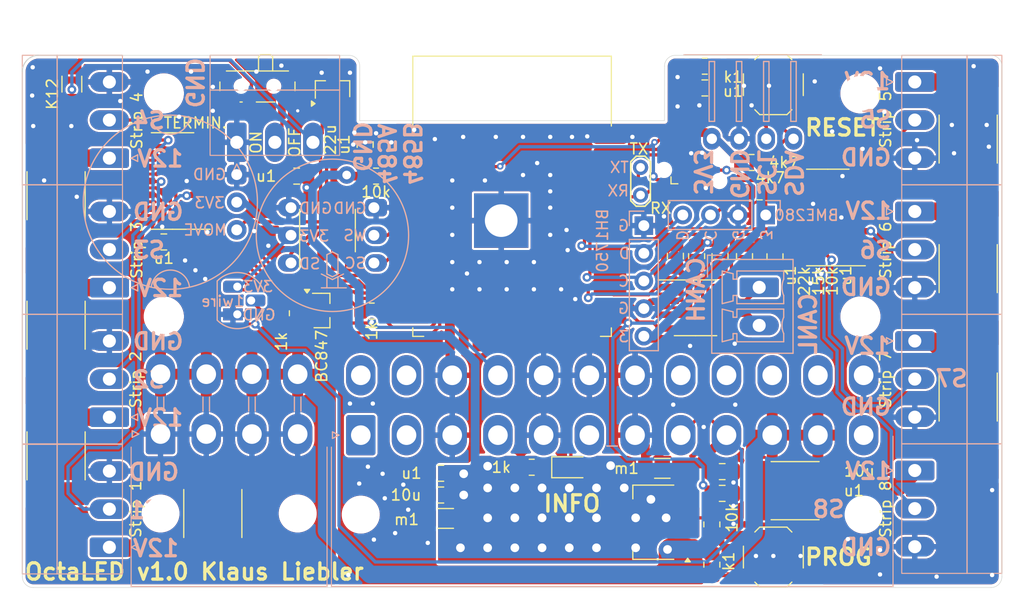
<source format=kicad_pcb>
(kicad_pcb (version 20240108) (generator "pcbnew") (generator_version "8.0")
  (layers (0 "F.Cu" signal) (31 "B.Cu" signal) (34 "B.Paste" user) (35 "F.Paste" user) (36 "B.SilkS" user "B.Silkscreen") (37 "F.SilkS" user "F.Silkscreen") (38 "B.Mask" user) (39 "F.Mask" user) (44 "Edge.Cuts" user))
  (net 0 "")
  (net 1 "+5V")
  (net 2 "GND")
  (net 3 "+3V3")
  (net 4 "PROG_EN")
  (net 5 "PROG_TX")
  (net 6 "PROG_RX")
  (net 7 "SDA")
  (net 8 "SCL")
  (net 9 "Net-(Q2-B)")
  (net 10 "K1")
  (net 11 "Net-(R8-Pad1)")
  (net 12 "PROG_IO0")
  (net 13 "STRIP_5V_2")
  (net 14 "STRIP_5V_3")
  (net 15 "STRIP_5V_1")
  (net 16 "STRIP_5V_4")
  (net 17 "STRIP_5V_8")
  (net 18 "STRIP_5V_6")
  (net 19 "STRIP_5V_5")
  (net 20 "STRIP_5V_7")
  (net 21 "Net-(R12-Pad1)")
  (net 22 "STRIP2")
  (net 23 "STRIP3")
  (net 24 "STRIP1")
  (net 25 "STRIP4")
  (net 26 "STRIP5")
  (net 27 "STRIP6")
  (net 28 "STRIP8")
  (net 29 "STRIP7")
  (net 34 "Net-(J12-PS_ON#)")
  (net 42 "+12V")
  (net 43 "Net-(J12-PWR_OK)")
  (net 44 "PWR_OK")
  (net 45 "RS485A")
  (net 46 "RS485B")
  (net 47 "Net-(SW1-B)")
  (net 48 "485_DI")
  (net 49 "485_DE")
  (net 50 "485_RO")
  (net 51 "Net-(D2-K)")
  (net 52 "Net-(D2-A)")
  (net 53 "Net-(J1-Pin_1)")
  (net 54 "Net-(J2-Pin_1)")
  (net 55 "Net-(J6-Pin_1)")
  (net 56 "Net-(J7-Pin_1)")
  (net 57 "Net-(J13-Pin_1)")
  (net 58 "Net-(J14-Pin_1)")
  (net 59 "Net-(J15-Pin_1)")
  (net 60 "Net-(J16-Pin_1)")
  (net 61 "I2S_SD")
  (net 62 "I2S_WS")
  (net 63 "I2S_SCK")
  (net 65 "Net-(U7-Rs)")
  (net 66 "CAN_RX")
  (net 68 "CAN_TX")
  (net 69 "CANL")
  (net 70 "CANH")
  (net 71 "MOVE")
  (net 72 "Onewire")
  (footprint "Fuse:Fuse_2920_7451Metric_Pad2.10x5.45mm_HandSolder" (layer "F.Cu") (at 103.1 136.8 90)
    (property "Reference" "F2" (hide yes))
    (property "Value" "2A")
  )
  (footprint "Fuse:Fuse_2920_7451Metric_Pad2.10x5.45mm_HandSolder" (layer "F.Cu") (at 117.5 142.1 -90)
    (property "Reference" "F1" (hide yes))
    (property "Value" "2A")
  )
  (footprint "liebler_MECH:SW_SPST_TL3342_smaller_handsolder" (layer "F.Cu") (at 169 102.7)
    (property "Reference" "SW2" (hide yes))
    (property "Value" "RESET")
  )
  (footprint "liebler_SEMICONDUCTORS:SOIC-14_3.9x8.7mm_P1.27mm_handsolder" (layer "F.Cu") (at 113.8 111.55 180)
    (property "Reference" "U3" (hide yes))
    (property "Value" "74AHCT125")
  )
  (footprint "Capacitor_SMD:C_0805_2012Metric_Pad1.18x1.45mm_HandSolder" (layer "F.Cu") (at 138.45 140.4 180)
    (property "Reference" "C4" (hide yes))
    (property "Value" "10u")
  )
  (footprint "Capacitor_SMD:C_0805_2012Metric_Pad1.18x1.45mm_HandSolder" (layer "F.Cu") (at 138.45 138.4 180)
    (property "Reference" "C3" (hide yes))
    (property "Value" "u1")
  )
  (footprint "MountingHole:MountingHole_3.2mm_M3" (layer "F.Cu") (at 113 124)
    (property "Reference" "H4" (hide yes))
    (property "Value" "~")
  )
  (footprint "Resistor_SMD:R_0805_2012Metric_Pad1.20x1.40mm_HandSolder" (layer "F.Cu") (at 162.7 101 180)
    (property "Reference" "R8" (hide yes))
    (property "Value" "k1")
  )
  (footprint "MountingHole:MountingHole_3.2mm_M3" (layer "F.Cu") (at 177 103.5)
    (property "Reference" "H2" (hide yes))
    (property "Value" "~")
  )
  (footprint "Capacitor_SMD:C_0805_2012Metric_Pad1.18x1.45mm_HandSolder" (layer "F.Cu") (at 164.3 140.25)
    (property "Reference" "C9" (hide yes))
    (property "Value" "u1")
  )
  (footprint "TestPoint:TestPoint_2Pads_Pitch2.54mm_Drill0.8mm" (layer "F.Cu") (at 156.8 110.3 -90)
    (property "Reference" "J9" (hide yes))
    (property "Value" "TXRX")
  )
  (footprint "Package_TO_SOT_SMD:SOT-23_Handsoldering" (layer "F.Cu") (at 128.5 103.1 90)
    (property "Reference" "D1" (hide yes))
    (property "Value" "PSM712")
  )
  (footprint "Fuse:Fuse_2920_7451Metric_Pad2.10x5.45mm_HandSolder" (layer "F.Cu") (at 186.9 107.7 90)
    (property "Reference" "F5" (hide yes))
    (property "Value" "2A")
  )
  (footprint "Fuse:Fuse_2920_7451Metric_Pad2.10x5.45mm_HandSolder" (layer "F.Cu") (at 171 140)
    (property "Reference" "F8" (hide yes))
    (property "Value" "2A")
  )
  (footprint "Capacitor_SMD:C_0805_2012Metric_Pad1.18x1.45mm_HandSolder" (layer "F.Cu") (at 160 118.45 90)
    (property "Reference" "C13" (hide yes))
    (property "Value" "u1")
  )
  (footprint "liebler_MODULES:ESP32-WROOM-32_HANDSOLDER" (layer "F.Cu") (at 144.995 115.945)
    (property "Reference" "U2" (hide yes))
    (property "Value" "ESP32-WROOM-E")
  )
  (footprint "Resistor_SMD:R_0805_2012Metric_Pad1.20x1.40mm_HandSolder" (layer "F.Cu") (at 163.35 146.8 90)
    (property "Reference" "R12" (hide yes))
    (property "Value" "k1")
  )
  (footprint "Capacitor_SMD:C_0805_2012Metric_Pad1.18x1.45mm_HandSolder" (layer "F.Cu") (at 131.495 108.2 90)
    (property "Reference" "C7" (hide yes))
    (property "Value" "22u")
  )
  (footprint "Resistor_SMD:R_0805_2012Metric_Pad1.20x1.40mm_HandSolder" (layer "F.Cu") (at 161.95 118.45 90)
    (property "Reference" "R2" (hide yes))
    (property "Value" "22k")
  )
  (footprint "MountingHole:MountingHole_3.2mm_M3" (layer "F.Cu") (at 113 103.5)
    (property "Reference" "H1" (hide yes))
    (property "Value" "~")
  )
  (footprint "Fuse:Fuse_2920_7451Metric_Pad2.10x5.45mm_HandSolder" (layer "F.Cu") (at 186.9 131.4 90)
    (property "Reference" "F7" (hide yes))
    (property "Value" "2A")
  )
  (footprint "Resistor_SMD:R_0805_2012Metric_Pad1.20x1.40mm_HandSolder" (layer "F.Cu") (at 167 109.85)
    (property "Reference" "R5" (hide yes))
    (property "Value" "4k7")
  )
  (footprint "Capacitor_SMD:C_0805_2012Metric_Pad1.18x1.45mm_HandSolder" (layer "F.Cu") (at 164.3 138.25)
    (property "Reference" "C2" (hide yes))
    (property "Value" "10u")
  )
  (footprint "Capacitor_SMD:C_1206_3216Metric_Pad1.33x1.80mm_HandSolder" (layer "F.Cu") (at 138.9 142.55 180)
    (property "Reference" "C5" (hide yes))
    (property "Value" "m1")
  )
  (footprint "Fuse:Fuse_2920_7451Metric_Pad2.10x5.45mm_HandSolder" (layer "F.Cu") (at 186.9 119.6 90)
    (property "Reference" "F6" (hide yes))
    (property "Value" "2A")
  )
  (footprint "MountingHole:MountingHole_3.2mm_M3" (layer "F.Cu") (at 177 124)
    (property "Reference" "H3" (hide yes))
    (property "Value" "~")
  )
  (footprint "Capacitor_SMD:C_0805_2012Metric_Pad1.18x1.45mm_HandSolder" (layer "F.Cu") (at 125.2 111.1 180)
    (property "Reference" "C12" (hide yes))
    (property "Value" "u1")
  )
  (footprint "Resistor_SMD:R_0805_2012Metric_Pad1.20x1.40mm_HandSolder" (layer "F.Cu") (at 146.8 137.85)
    (property "Reference" "R9" (hide yes))
    (property "Value" "1k")
  )
  (footprint "Resistor_SMD:R_0805_2012Metric_Pad1.20x1.40mm_HandSolder" (layer "F.Cu") (at 166.35 118.45 90)
    (property "Reference" "R10" (hide yes))
    (property "Value" "10k")
  )
  (footprint "Fuse:Fuse_2920_7451Metric_Pad2.10x5.45mm_HandSolder" (layer "F.Cu") (at 103.1 112.9 90)
    (property "Reference" "F4" (hide yes))
    (property "Value" "2A")
  )
  (footprint "Resistor_SMD:R_0805_2012Metric_Pad1.20x1.40mm_HandSolder" (layer "F.Cu") (at 132.1 123.5 180)
    (property "Reference" "R4" (hide yes))
    (property "Value" "1k")
  )
  (footprint "liebler_MECH:SW_SPDT_PCM12_handsolder" (layer "F.Cu") (at 121.6 103.1725 180)
    (property "Reference" "SW1" (hide yes))
    (property "Value" "ON 485 OFF")
  )
  (footprint "Resistor_SMD:R_0805_2012Metric_Pad1.20x1.40mm_HandSolder" (layer "F.Cu") (at 164.1 118.45 -90)
    (property "Reference" "R3" (hide yes))
    (property "Value" "15k")
  )
  (footprint "Capacitor_SMD:C_1206_3216Metric_Pad1.33x1.80mm_HandSolder" (layer "F.Cu") (at 158.8 137.95 180)
    (property "Reference" "C1" (hide yes))
    (property "Value" "m1")
  )
  (footprint "Resistor_SMD:R_1206_3216Metric_Pad1.30x1.75mm_HandSolder" (layer "F.Cu") (at 104.55 102.65 90)
    (property "Reference" "R1" (hide yes))
    (property "Value" "K12")
  )
  (footprint "Capacitor_SMD:C_0805_2012Metric_Pad1.18x1.45mm_HandSolder" (layer "F.Cu") (at 113 117.15)
    (property "Reference" "C10" (hide yes))
    (property "Value" "u1")
  )
  (footprint "Package_TO_SOT_SMD:SOT-23_Handsoldering" (layer "F.Cu") (at 127.5 123.45)
    (property "Reference" "Q2" (hide yes))
    (property "Value" "BC847")
  )
  (footprint "Fuse:Fuse_2920_7451Metric_Pad2.10x5.45mm_HandSolder" (layer "F.Cu") (at 103.1 124.8 90)
    (property "Reference" "F3" (hide yes))
    (property "Value" "2A")
  )
  (footprint "Package_TO_SOT_SMD:SOT-223-3_TabPin2" (layer "F.Cu") (at 158 142.9 180)
    (property "Reference" "U1" (hide yes))
    (property "Value" "AMS1117-3.3")
  )
  (footprint "liebler_MECH:SW_SPST_TL3342_smaller_handsolder" (layer "F.Cu") (at 169 146.1 180)
    (property "Reference" "SW4" (hide yes))
    (property "Value" "PROG")
  )
  (footprint "liebler_SEMICONDUCTORS:SOIC-8_3.9x4.9mm_P1.27mm_handsolder" (layer "F.Cu") (at 161.85 123.2)
    (property "Reference" "U7" (hide yes))
    (property "Value" "SN65HVD230")
  )
  (footprint "Connector:Tag-Connect_TC2030-IDC-NL_2x03_P1.27mm_Vertical" (layer "F.Cu") (at 161.5 110.535)
    (property "Reference" "J3" (hide yes))
    (property "Value" "PROG")
  )
  (footprint "Resistor_SMD:R_0805_2012Metric_Pad1.20x1.40mm_HandSolder" (layer "F.Cu") (at 163.35 143.1 90)
    (property "Reference" "R11" (hide yes))
    (property "Value" "10k")
  )
  (footprint "Resistor_SMD:R_0805_2012Metric_Pad1.20x1.40mm_HandSolder" (layer "F.Cu") (at 132.5 111.1 180)
    (property "Reference" "R7" (hide yes))
    (property "Value" "10k")
  )
  (footprint "Capacitor_SMD:C_0805_2012Metric_Pad1.18x1.45mm_HandSolder" (layer "F.Cu") (at 162.7 103)
    (property "Reference" "C8" (hide yes))
    (property "Value" "u1")
  )
  (footprint "liebler_SEMICONDUCTORS:SOIC-8_3.9x4.9mm_P1.27mm_handsolder" (layer "F.Cu") (at 128.035 116.1 90)
    (property "Reference" "U5" (hide yes))
    (property "Value" "MAX3485")
  )
  (footprint "liebler_SEMICONDUCTORS:SOIC-14_3.9x8.7mm_P1.27mm_handsolder" (layer "F.Cu") (at 174 114.9 180)
    (property "Reference" "U4" (hide yes))
    (property "Value" "74AHCT125")
  )
  (footprint "Capacitor_SMD:C_0805_2012Metric_Pad1.18x1.45mm_HandSolder" (layer "F.Cu") (at 169.15 118.5 90)
    (property "Reference" "C11" (hide yes))
    (property "Value" "u1")
  )
  (footprint "Capacitor_SMD:C_0805_2012Metric_Pad1.18x1.45mm_HandSolder" (layer "F.Cu") (at 133.495 108.2 90)
    (property "Reference" "C6" (hide yes))
    (property "Value" "u1")
  )
  (footprint "LED_SMD:LED_0805_2012Metric_Pad1.15x1.40mm_HandSolder" (layer "F.Cu") (at 150.5 137.85)
    (property "Reference" "D2" (hide yes))
    (property "Value" "INFO")
  )
  (footprint "Resistor_SMD:R_0805_2012Metric_Pad1.20x1.40mm_HandSolder" (layer "F.Cu") (at 123.8 123.7 90)
    (property "Reference" "R14" (hide yes))
    (property "Value" "1k")
  )
  (footprint "Resistor_SMD:R_0805_2012Metric_Pad1.20x1.40mm_HandSolder" (layer "F.Cu") (at 167.75 112.55 180)
    (property "Reference" "R6" (hide yes))
    (property "Value" "4k7")
  )
  (footprint "liebler_CONN:PhoenixContact_MC_1,5_3-G-3.5_1x03_P3.50mm_Horizontal_smallerCourtyard" (layer "B.Cu") (at 107.995 105.95 90)
    (property "Reference" "J7" (hide yes))
    (property "Value" "LED1")
  )
  (footprint "liebler_CONN:PhoenixContact_MC_1,5_3-G-3.5_1x03_P3.50mm_Horizontal_smallerCourtyard" (layer "B.Cu") (at 181.995 117.85 -90)
    (property "Reference" "J14" (hide yes))
    (property "Value" "LED1")
  )
  (footprint "liebler_MODULES:INMP441_Module" (layer "B.Cu") (at 128.49 116.54 180)
    (property "Reference" "U6" (hide yes))
    (property "Value" "INMP441_Module" (hide yes))
  )
  (footprint "liebler_CONN:PhoenixContact_MC_1,5_3-G-3.5_1x03_P3.50mm_Horizontal_smallerCourtyard" (layer "B.Cu") (at 181.995 129.75 -90)
    (property "Reference" "J15" (hide yes))
    (property "Value" "LED1")
  )
  (footprint "liebler_CONN:PhoenixContact_MC_1,5_3-G-3.5_1x03_P3.50mm_Horizontal_smallerCourtyard" (layer "B.Cu") (at 107.995 141.7 90)
    (property "Reference" "J1" (hide yes))
    (property "Value" "LED1")
  )
  (footprint "Connector_Molex:Molex_Mini-Fit_Jr_5569-24A2_2x12_P4.20mm_Horizontal" (layer "B.Cu") (at 131.095 134.9)
    (property "Reference" "J12" (hide yes))
    (property "Value" "ATX-24")
  )
  (footprint "liebler_CONN:PhoenixContact_MC_1,5_3-G-3.5_1x03_P3.50mm_Horizontal_smallerCourtyard" (layer "B.Cu") (at 107.995 129.75 90)
    (property "Reference" "J2" (hide yes))
    (property "Value" "LED1")
  )
  (footprint "liebler_MODULES:PIR_Sensor_SR602" (layer "B.Cu") (at 113.6 113.5 -90)
    (property "Reference" "U10" (hide yes))
    (property "Value" "SR602" (hide yes))
  )
  (footprint "liebler_CONN:PhoenixContact_MC_1,5_3-G-3.5_1x03_P3.50mm_Horizontal_smallerCourtyard" (layer "B.Cu") (at 181.995 105.95 -90)
    (property "Reference" "J13" (hide yes))
    (property "Value" "LED1")
  )
  (footprint "Connector_PinSocket_2.54mm:PinSocket_1x05_P2.54mm_Vertical" (layer "B.Cu") (at 157.1 115.65 180)
    (property "Reference" "J17" (hide yes))
    (property "Value" "BH1750 (0x23)" (hide yes))
  )
  (footprint "Connector_Phoenix_MC:PhoenixContact_MCV_1,5_2-G-3.5_1x02_P3.50mm_Vertical" (layer "B.Cu") (at 167.7 121.3175 -90)
    (property "Reference" "J5" (hide yes))
    (property "Value" "CAN")
  )
  (footprint "Package_TO_SOT_THT:TO-92L_HandSolder" (layer "B.Cu") (at 119.75 123.8 90)
    (property "Reference" "U9" (hide yes))
    (property "Value" "DS18B20")
  )
  (footprint "liebler_CONN:JST_XH_S4B-XH-A-1_1x04_P2.50mm_Horizontal_SmallerCourtyard" (layer "B.Cu") (at 163.35 107.6725)
    (property "Reference" "J11" (hide yes))
    (property "Value" "I2C EXT")
  )
  (footprint "liebler_CONN:PhoenixContact_MC_1,5_3-G-3.5_1x03_P3.50mm_Horizontal_smallerCourtyard" (layer "B.Cu") (at 123.2 107.995)
    (property "Reference" "J4" (hide yes))
    (property "Value" "RS485")
  )
  (footprint "liebler_CONN:PhoenixContact_MC_1,5_3-G-3.5_1x03_P3.50mm_Horizontal_smallerCourtyard" (layer "B.Cu") (at 108 117.85 90)
    (property "Reference" "J6" (hide yes))
    (property "Value" "LED1")
  )
  (footprint "Connector_PinSocket_2.54mm:PinSocket_1x04_P2.54mm_Vertical" (layer "B.Cu") (at 168.3 114.675 90)
    (property "Reference" "J18" (hide yes))
    (property "Value" "BME280 (0x76)" (hide yes))
  )
  (footprint "liebler_CONN:PhoenixContact_MC_1,5_3-G-3.5_1x03_P3.50mm_Horizontal_smallerCourtyard" (layer "B.Cu") (at 181.995 141.65 -90)
    (property "Reference" "J16" (hide yes))
    (property "Value" "LED1")
  )
  (footprint "Connector_Molex:Molex_Mini-Fit_Jr_5569-08A2_2x04_P4.20mm_Horizontal" (layer "B.Cu") (at 112.695 134.8)
    (property "Reference" "J8" (hide yes))
    (property "Value" "CPU12V")
  )
  (gr_arc (start 159 101) (mid 159.292893 100.292893) (end 160 100) (stroke (width 0.05)) (layer "Edge.Cuts"))
  (gr_arc (start 100 101.5) (mid 100.43934 100.43934) (end 101.5 100) (stroke (width 0.1)) (layer "Edge.Cuts"))
  (gr_line (start 158.995 106) (end 130.995 106) (stroke (width 0.05)) (layer "Edge.Cuts"))
  (gr_line (start 189 100) (end 160 100) (stroke (width 0.05)) (layer "Edge.Cuts"))
  (gr_arc (start 189 100) (mid 189.707107 100.292893) (end 190 101) (stroke (width 0.05)) (layer "Edge.Cuts"))
  (gr_line (start 130 100) (end 101.5 100) (stroke (width 0.05)) (layer "Edge.Cuts"))
  (gr_arc (start 101 148.9) (mid 100.292893 148.607107) (end 100 147.9) (stroke (width 0.05)) (layer "Edge.Cuts"))
  (gr_line (start 130.995 106) (end 131 101) (stroke (width 0.05)) (layer "Edge.Cuts"))
  (gr_line (start 190 147.9) (end 190 101) (stroke (width 0.05)) (layer "Edge.Cuts"))
  (gr_line (start 100 101.5) (end 100 147.9) (stroke (width 0.05)) (layer "Edge.Cuts"))
  (gr_arc (start 190 147.9) (mid 189.707107 148.607107) (end 189 148.9) (stroke (width 0.05)) (layer "Edge.Cuts"))
  (gr_arc (start 130 100) (mid 130.707107 100.292893) (end 131 101) (stroke (width 0.05)) (layer "Edge.Cuts"))
  (gr_line (start 101 148.9) (end 189 148.9) (stroke (width 0.05)) (layer "Edge.Cuts"))
  (gr_line (start 159 101) (end 158.995 106) (stroke (width 0.05)) (layer "Edge.Cuts"))
  (gr_text "GND" (at 121.75 123.85 0) (layer "B.SilkS") (effects (font (size 1 1)) (justify mirror)))
  (gr_text "485A" (at 133.45 109.1 -90) (layer "B.SilkS") (effects (font (size 1.5 1.5) (thickness 0.3) (bold yes)) (justify mirror)))
  (gr_text "BH1750" (at 153.3 120.05 90) (layer "B.SilkS") (effects (font (size 1 1)) (justify right mirror)))
  (gr_text "S6" (at 180 117.9 0) (layer "B.SilkS") (effects (font (size 1.5 1.5) (thickness 0.3) (bold yes)) (justify left mirror)))
  (gr_text "GND" (at 110 114.4 0) (layer "B.SilkS") (effects (font (size 1.5 1.5) (thickness 0.3) (bold yes)) (justify right mirror)))
  (gr_text "G" (at 155.25 115.65 0) (layer "B.SilkS") (effects (font (size 1 1)) (justify mirror)))
  (gr_text "S4" (at 110 106 0) (layer "B.SilkS") (effects (font (size 1.5 1.5) (thickness 0.3) (bold yes)) (justify right mirror)))
  (gr_text "3" (at 155.25 125.85 0) (layer "B.SilkS") (effects (font (size 1 1)) (justify mirror)))
  (gr_text "CANH" (at 161.9 124.7 90) (layer "B.SilkS") (effects (font (size 1.5 1.5) (thickness 0.3) (bold yes)) (justify right mirror)))
  (gr_text "CANL" (at 172.2 127.65 90) (layer "B.SilkS") (effects (font (size 1.5 1.5) (thickness 0.3) (bold yes)) (justify right mirror)))
  (gr_text "12V" (at 110.4 121.4 0) (layer "B.SilkS") (effects (font (size 1.5 1.5) (thickness 0.3) (bold yes)) (justify right mirror)))
  (gr_text "GND" (at 115.8 100.05 -90) (layer "B.SilkS") (effects (font (size 1.5 1.5) (thickness 0.3) (bold yes)) (justify right mirror)))
  (gr_text "TX" (at 154.85 110.3 -0) (layer "B.SilkS") (effects (font (size 1 1)) (justify mirror)))
  (gr_text "12V" (at 179.9 102.4 0) (layer "B.SilkS") (effects (font (size 1.5 1.5) (thickness 0.3) (bold yes)) (justify left mirror)))
  (gr_text "S3" (at 110 117.9 0) (layer "B.SilkS") (effects (font (size 1.5 1.5) (thickness 0.3) (bold yes)) (justify right mirror)))
  (gr_text "GND" (at 180 145.2 0) (layer "B.SilkS") (effects (font (size 1.5 1.5) (thickness 0.3) (bold yes)) (justify left mirror)))
  (gr_text "D" (at 155.3 118.2 0) (layer "B.SilkS") (effects (font (size 1 1)) (justify mirror)))
  (gr_text "12V" (at 110.4 133.3 0) (layer "B.SilkS") (effects (font (size 1.5 1.5) (thickness 0.3) (bold yes)) (justify right mirror)))
  (gr_text "SC" (at 130.6 119.1 0) (layer "B.SilkS") (effects (font (size 1 1)) (justify mirror)))
  (gr_text "GND" (at 109.6 138.3 0) (layer "B.SilkS") (effects (font (size 1.5 1.5) (thickness 0.3) (bold yes)) (justify right mirror)))
  (gr_text "S5" (at 180 105.9 0) (layer "B.SilkS") (effects (font (size 1.5 1.5) (thickness 0.3) (bold yes)) (justify left mirror)))
  (gr_text "GND" (at 131.2 108.4 -90) (layer "B.SilkS") (effects (font (size 1.5 1.5) (thickness 0.3) (bold yes)) (justify mirror)))
  (gr_text "S2" (at 110 129.8 0) (layer "B.SilkS") (effects (font (size 1.5 1.5) (thickness 0.3) (bold yes)) (justify right mirror)))
  (gr_text "SCL" (at 168.35 110.8 -90) (layer "B.SilkS") (effects (font (size 1.5 1.5) (thickness 0.3) (bold yes)) (justify mirror)))
  (gr_text "GND" (at 180 132.3 0) (layer "B.SilkS") (effects (font (size 1.5 1.5) (thickness 0.3) (bold yes)) (justify left mirror)))
  (gr_text "C" (at 163.2 116.55 270) (layer "B.SilkS") (effects (font (size 1 1)) (justify mirror)))
  (gr_text "12V" (at 180 138.2 0) (layer "B.SilkS") (effects (font (size 1.5 1.5) (thickness 0.3) (bold yes)) (justify left mirror)))
  (gr_text "SD" (at 126.4 119.15 0) (layer "B.SilkS") (effects (font (size 1 1)) (justify mirror)))
  (gr_text "WS" (at 130.55 116.55 0) (layer "B.SilkS") (effects (font (size 1 1)) (justify mirror)))
  (gr_text "GND" (at 117.2 110.95 0) (layer "B.SilkS") (effects (font (size 1 1)) (justify mirror)))
  (gr_text "GND" (at 180 121.3 0) (layer "B.SilkS") (effects (font (size 1.5 1.5) (thickness 0.3) (bold yes)) (justify left mirror)))
  (gr_text "RX" (at 154.75 112.45 -0) (layer "B.SilkS") (effects (font (size 1 1)) (justify mirror)))
  (gr_text "G" (at 165.75 116.55 270) (layer "B.SilkS") (effects (font (size 1 1)) (justify mirror)))
  (gr_text "D" (at 160.6 116.55 270) (layer "B.SilkS") (effects (font (size 1 1)) (justify mirror)))
  (gr_text "GND" (at 110 126.3 0) (layer "B.SilkS") (effects (font (size 1.5 1.5) (thickness 0.3) (bold yes)) (justify right mirror)))
  (gr_text "S1" (at 109.6 141.8 0) (layer "B.SilkS") (effects (font (size 1.5 1.5) (thickness 0.3) (bold yes)) (justify right mirror)))
  (gr_text "SDA" (at 170.85 110.85 -90) (layer "B.SilkS") (effects (font (size 1.5 1.5) (thickness 0.3) (bold yes)) (justify mirror)))
  (gr_text "BME280" (at 175.1 114.7 0) (layer "B.SilkS") (effects (font (size 1 1)) (justify left mirror)))
  (gr_text "GND" (at 126.95 114.05 0) (layer "B.SilkS") (effects (font (size 1 1)) (justify mirror)))
  (gr_text "1wire" (at 118.4 122.6 0) (layer "B.SilkS") (effects (font (size 1 1)) (justify mirror)))
  (gr_text "MOVE" (at 116.8 116.05 0) (layer "B.SilkS") (effects (font (size 1 1)) (justify mirror)))
  (gr_text "GND" (at 180 109.4 0) (layer "B.SilkS") (effects (font (size 1.5 1.5) (thickness 0.3) (bold yes)) (justify left mirror)))
  (gr_text "3V3" (at 126.8 116.6 0) (layer "B.SilkS") (effects (font (size 1 1)) (justify mirror)))
  (gr_text "S7" (at 187 129.7 0) (layer "B.SilkS") (effects (font (size 1.5 1.5) (thickness 0.3) (bold yes)) (justify left mirror)))
  (gr_text "3" (at 168.3 116.5 270) (layer "B.SilkS") (effects (font (size 1 1)) (justify mirror)))
  (gr_text "GND" (at 165.85 110.9 -90) (layer "B.SilkS") (effects (font (size 1.5 1.5) (thickness 0.3) (bold yes)) (justify mirror)))
  (gr_text "12V" (at 110 145.3 0) (layer "B.SilkS") (effects (font (size 1.5 1.5) (thickness 0.3) (bold yes)) (justify right mirror)))
  (gr_text "3V3" (at 162.5 110.7 270) (layer "B.SilkS") (effects (font (size 1.5 1.5) (thickness 0.3) (bold yes)) (justify mirror)))
  (gr_text "GND" (at 130.1 114.05 0) (layer "B.SilkS") (effects (font (size 1 1)) (justify mirror)))
  (gr_text "3V3" (at 121.65 121.25 0) (layer "B.SilkS") (effects (font (size 1 1)) (justify mirror)))
  (gr_text "C" (at 155.25 120.75 0) (layer "B.SilkS") (effects (font (size 1 1)) (justify mirror)))
  (gr_text "12V" (at 110.4 109.5 0) (layer "B.SilkS") (effects (font (size 1.5 1.5) (thickness 0.3) (bold yes)) (justify right mirror)))
  (gr_text "3V3" (at 117.2 113.55 0) (layer "B.SilkS") (effects (font (size 1 1)) (justify mirror)))
  (gr_text "S8" (at 175.7 141.7 0) (layer "B.SilkS") (effects (font (size 1.5 1.5) (thickness 0.3) (bold yes)) (justify left mirror)))
  (gr_text "485B" (at 135.8 109.05 -90) (layer "B.SilkS") (effects (font (size 1.5 1.5) (thickness 0.3) (bold yes)) (justify mirror)))
  (gr_text "G" (at 155.25 123.25 0) (layer "B.SilkS") (effects (font (size 1 1)) (justify mirror)))
  (gr_text "12V" (at 180 114.3 0) (layer "B.SilkS") (effects (font (size 1.5 1.5) (thickness 0.3) (bold yes)) (justify left mirror)))
  (gr_text "12V" (at 179.9 126.7 0) (layer "B.SilkS") (effects (font (size 1.5 1.5) (thickness 0.3) (bold yes)) (justify left mirror)))
  (gr_text "TX" (at 156.65 108.6 0) (layer "F.SilkS") (effects (font (size 1 1))))
  (gr_text "Strip 2" (at 111 129.8 90) (layer "F.SilkS") (effects (font (size 1 1)) (justify bottom)))
  (gr_text "Strip 1" (at 111 141.7 90) (layer "F.SilkS") (effects (font (size 1 1)) (justify bottom)))
  (gr_text "Strip 4" (at 111.1 106 90) (layer "F.SilkS") (effects (font (size 1 1)) (justify bottom)))
  (gr_text "Strip 7" (at 179.9 129.8 90) (layer "F.SilkS") (effects (font (size 1 1)) (justify bottom)))
  (gr_text "TERMIN." (at 115.9 106.8 0) (layer "F.SilkS") (effects (font (size 1 1)) (justify bottom)))
  (gr_text "Strip 8" (at 179.9 141.7 90) (layer "F.SilkS") (effects (font (size 1 1)) (justify bottom)))
  (gr_text "Strip 3" (at 111.1 117.9 90) (layer "F.SilkS") (effects (font (size 1 1)) (justify bottom)))
  (gr_text "ON" (at 122.05 108 90) (layer "F.SilkS") (effects (font (size 1 1)) (justify bottom)))
  (gr_text "Strip 6" (at 179.9 117.9 90) (layer "F.SilkS") (effects (font (size 1 1)) (justify bottom)))
  (gr_text "Strip 5" (at 179.9 105.9 90) (layer "F.SilkS") (effects (font (size 1 1)) (justify bottom)))
  (gr_text "OctaLED v1.0 Klaus Liebler" (at 115.8 147.45 0) (layer "F.SilkS") (effects (font (size 1.5 1.5) (thickness 0.3) (bold yes))))
  (gr_text "OFF" (at 125.6 108 90) (layer "F.SilkS") (effects (font (size 1 1)) (justify bottom)))
  (gr_text "RX" (at 158.65 114.05 0) (layer "F.SilkS") (effects (font (size 1 1))))
  (segment (start 163.533738 120.4) (end 164.805456 120.4) (width 0.3) (layer "F.Cu") (net 1))
  (segment (start 162.995 133.2) (end 162.995 120.938738) (width 0.3) (layer "F.Cu") (net 1))
  (segment (start 162.995 120.938738) (end 163.533738 120.4) (width 0.3) (layer "F.Cu") (net 1))
  (segment (start 165.15 120.055456) (end 165.15 118.95) (width 0.3) (layer "F.Cu") (net 1))
  (segment (start 117.9 124.5) (end 117.9 123.1) (width 0.3) (layer "F.Cu") (net 1))
  (segment (start 111.9625 117.15) (end 111.9625 115.5625) (width 0.3) (layer "F.Cu") (net 1))
  (segment (start 161.9 137.55) (end 161.2 137.55) (width 0.8) (layer "F.Cu") (net 1))
  (segment (start 161.9 137.55) (end 162.045 137.55) (width 0.8) (layer "F.Cu") (net 1))
  (segment (start 165.6 118.5) (end 168.94 118.5) (width 0.3) (layer "F.Cu") (net 1))
  (segment (start 163.2625 136.3325) (end 164.695 134.9) (width 0.8) (layer "F.Cu") (net 1))
  (segment (start 163.2625 138.25) (end 162.5625 137.55) (width 0.8) (layer "F.Cu") (net 1))
  (segment (start 169.15 118.8) (end 169.15 118.71) (width 0.3) (layer "F.Cu") (net 1))
  (segment (start 171.325 118.71) (end 169.24 118.71) (width 0.4) (layer "F.Cu") (net 1))
  (segment (start 165.15 118.95) (end 165.6 118.5) (width 0.3) (layer "F.Cu") (net 1))
  (segment (start 161.15 140.6) (end 161.2 140.55) (width 0.8) (layer "F.Cu") (net 1))
  (segment (start 162.045 137.55) (end 164.695 134.9) (width 0.8) (layer "F.Cu") (net 1))
  (segment (start 168.94 118.5) (end 169.15 118.71) (width 0.3) (layer "F.Cu") (net 1))
  (segment (start 118.1 124.7) (end 117.9 124.5) (width 0.3) (layer "F.Cu") (net 1))
  (segment (start 111.9625 117.1625) (end 111.9625 117.15) (width 0.3) (layer "F.Cu") (net 1))
  (segment (start 164.805456 120.4) (end 165.15 120.055456) (width 0.3) (layer "F.Cu") (net 1))
  (segment (start 117.9 123.1) (end 111.9625 117.1625) (width 0.3) (layer "F.Cu") (net 1))
  (segment (start 163.2625 138.25) (end 163.2625 136.3325) (width 0.8) (layer "F.Cu") (net 1))
  (segment (start 162.5625 137.55) (end 161.9 137.55) (width 0.8) (layer "F.Cu") (net 1))
  (segment (start 161.2 137.55) (end 160.8 137.95) (width 0.8) (layer "F.Cu") (net 1))
  (segment (start 111.76 115.36) (end 111.125 115.36) (width 0.3) (layer "F.Cu") (net 1))
  (segment (start 121.4 124.7) (end 118.1 124.7) (width 0.3) (layer "F.Cu") (net 1))
  (segment (start 169.15 119.5375) (end 169.15 118.8) (width 0.4) (layer "F.Cu") (net 1))
  (segment (start 160.8 137.95) (end 160.3625 137.95) (width 0.8) (layer "F.Cu") (net 1))
  (segment (start 164.695 134.9) (end 162.995 133.2) (width 0.3) (layer "F.Cu") (net 1))
  (segment (start 161.2 140.55) (end 161.2 137.55) (width 0.8) (layer "F.Cu") (net 1))
  (segment (start 111.9625 115.5625) (end 111.76 115.36) (width 0.3) (layer "F.Cu") (net 1))
  (segment (start 169.24 118.71) (end 169.15 118.8) (width 0.4) (layer "F.Cu") (net 1))
  (via (at 121.4 124.7) (size 0.8) (drill 0.4) (layers "F.Cu" "B.Cu") (net 1))
  (segment (start 121.4 124.7) (end 123.8 127.1) (width 0.3) (layer "B.Cu") (net 1))
  (segment (start 123.8 127.1) (end 125.999163 127.1) (width 0.3) (layer "B.Cu") (net 1))
  (segment (start 166.0875 143.360661) (end 166.0875 136.2925) (width 0.3) (layer "B.Cu") (net 1))
  (segment (start 166.0875 136.2925) (end 164.695 134.9) (width 0.3) (layer "B.Cu") (net 1))
  (segment (start 125.999163 127.1) (end 126.995 128.095837) (width 0.3) (layer "B.Cu") (net 1))
  (segment (start 132.426346 146.55) (end 162.898161 146.55) (width 0.3) (layer "B.Cu") (net 1))
  (segment (start 126.995 128.095837) (end 126.995 129.373654) (width 0.3) (layer "B.Cu") (net 1))
  (segment (start 126.995 129.373654) (end 129.0975 131.476154) (width 0.3) (layer "B.Cu") (net 1))
  (segment (start 129.0975 131.476154) (end 129.0975 143.221154) (width 0.3) (layer "B.Cu") (net 1))
  (segment (start 129.0975 143.221154) (end 132.426346 146.55) (width 0.3) (layer "B.Cu") (net 1))
  (segment (start 162.898161 146.55) (end 166.0875 143.360661) (width 0.3) (layer "B.Cu") (net 1))
  (segment (start 128.65 111.668738) (end 128.65 109.95) (width 0.3) (layer "F.Cu") (net 2))
  (segment (start 119.75 123.8) (end 120.95 123.8) (width 0.3) (layer "F.Cu") (net 2))
  (segment (start 160 117.4125) (end 158.975 118.4375) (width 0.2) (layer "F.Cu") (net 2))
  (segment (start 169.15 117.4625) (end 171.3025 117.4625) (width 0.3) (layer "F.Cu") (net 2))
  (segment (start 125.75 103.9525) (end 125.75 104.65) (width 0.3) (layer "F.Cu") (net 2))
  (segment (start 157.725 122.645) (end 157.1 123.27) (width 0.6) (layer "F.Cu") (net 2))
  (segment (start 116.8 120.1125) (end 114.0375 117.35) (width 0.3) (layer "F.Cu") (net 2))
  (segment (start 162.2 119.7) (end 162.2 119.95) (width 0.3) (layer "F.Cu") (net 2))
  (segment (start 161.5 109.05) (end 161.5 109.9) (width 0.3) (layer "F.Cu") (net 2))
  (segment (start 160.435 122.565) (end 159.25 122.565) (width 0.2) (layer "F.Cu") (net 2))
  (segment (start 133.495 107.1625) (end 132.5 107.1625) (width 0.8) (layer "F.Cu") (net 2))
  (segment (start 157.1 115.65) (end 158.4 115.65) (width 0.3) (layer "F.Cu") (net 2))
  (segment (start 160.65 120.955) (end 160.65 122.5) (width 0.2) (layer "F.Cu") (net 2))
  (segment (start 160.65 122.5) (end 160.6 122.55) (width 0.2) (layer "F.Cu") (net 2))
  (segment (start 129.94 112.958738) (end 128.65 111.668738) (width 0.3) (layer "F.Cu") (net 2))
  (segment (start 169.1375 117.45) (end 169.15 117.4625) (width 0.3) (layer "F.Cu") (net 2))
  (segment (start 129.94 113.5) (end 129.94 112.958738) (width 0.3) (layer "F.Cu") (net 2))
  (segment (start 115 118.85) (end 115.9 119.75) (width 0.3) (layer "F.Cu") (net 2))
  (segment (start 126 124.4) (end 127.25 124.4) (width 0.3) (layer "F.Cu") (net 2))
  (segment (start 114.95 118.85) (end 115 118.85) (width 0.3) (layer "F.Cu") (net 2))
  (segment (start 166.006868 117.793132) (end 166.35 117.45) (width 0.3) (layer "F.Cu") (net 2))
  (segment (start 133.85 114) (end 133.95 113.9) (width 0.3) (layer "F.Cu") (net 2))
  (segment (start 157.2375 137.95) (end 157.2375 136.9625) (width 0.3) (layer "F.Cu") (net 2))
  (segment (start 132.3 114) (end 133.85 114) (width 0.3) (layer "F.Cu") (net 2))
  (segment (start 165.3375 143.8375) (end 165.7 144.2) (width 0.6) (layer "F.Cu") (net 2))
  (segment (start 159.17 122.645) (end 157.725 122.645) (width 0.6) (layer "F.Cu") (net 2))
  (segment (start 161.0375 118.45) (end 164.872182 118.45) (width 0.4) (layer "F.Cu") (net 2))
  (segment (start 139.28 129.185) (end 139.495 129.4) (width 0.8) (layer "F.Cu") (net 2))
  (segment (start 159.475 145.2) (end 161.15 145.2) (width 1.6) (layer "F.Cu") (net 2))
  (segment (start 159.275 147.7) (end 135.8 147.7) (width 1.6) (layer "F.Cu") (net 2))
  (segment (start 156.32 123.27) (end 156.05 123) (width 0.3) (layer "F.Cu") (net 2))
  (segment (start 127.25 124.4) (end 128.85 126) (width 0.3) (layer "F.Cu") (net 2))
  (segment (start 165.3375 138.25) (end 165.3375 139.25) (width 0.6) (layer "F.Cu") (net 2))
  (segment (start 165.4 140.4) (end 165.2 140.4) (width 0.3) (layer "F.Cu") (net 2))
  (segment (start 159.275 145.4) (end 159.475 145.2) (width 1.6) (layer "F.Cu") (net 2))
  (segment (start 145.8 137.85) (end 145.8 135) (width 0.3) (layer "F.Cu") (net 2))
  (segment (start 161.995 126.055) (end 161.35 126.7) (width 0.3) (layer "F.Cu") (net 2))
  (segment (start 162.2 119.95) (end 161.995 120.155) (width 0.3) (layer "F.Cu") (net 2))
  (segment (start 114.0375 117.35) (end 114.0375 117.15) (width 0.3) (layer "F.Cu") (net 2))
  (segment (start 158.975 120.059744) (end 159.573314 120.658058) (width 0.2) (layer "F.Cu") (net 2))
  (segment (start 160 117.4125) (end 161.0375 118.45) (width 0.4) (layer "F.Cu") (net 2))
  (segment (start 128.65 109.95) (end 130.4 108.2) (width 0.3) (layer "F.Cu") (net 2))
  (segment (start 161.995 124.65) (end 161.995 126.055) (width 0.3) (layer "F.Cu") (net 2))
  (segment (start 165.3375 140.25) (end 165.3375 141.4) (width 0.6) (layer "F.Cu") (net 2))
  (segment (start 165.3 139.8) (end 165.3 140.2) (width 0.3) (layer "F.Cu") (net 2))
  (segment (start 125.75 104.65) (end 125.3 105.1) (width 0.3) (layer "F.Cu") (net 2))
  (segment (start 160.6 122.55) (end 160.45 122.55) (width 0.2) (layer "F.Cu") (net 2))
  (segment (start 138.98 126) (end 139.28 125.7) (width 0.3) (layer "F.Cu") (net 2))
  (segment (start 134.01625 107.68375) (end 133.495 107.1625) (width 0.8) (layer "F.Cu") (net 2))
  (segment (start 157.2375 136.9625) (end 157.3 136.9) (width 0.3) (layer "F.Cu") (net 2))
  (segment (start 157.1 123.27) (end 156.32 123.27) (width 0.3) (layer "F.Cu") (net 2))
  (segment (start 159.275 145.4) (end 159.275 147.7) (width 1.6) (layer "F.Cu") (net 2))
  (segment (start 157.2375 135.8425) (end 156.295 134.9) (width 0.8) (layer "F.Cu") (net 2))
  (segment (start 160.45 122.55) (end 160.435 122.565) (width 0.2) (layer "F.Cu") (net 2))
  (segment (start 165.882182 117.44) (end 171.325 117.44) (width 0.4) (layer "F.Cu") (net 2))
  (segment (start 116.8 120.55) (end 116.8 120.1125) (width 0.3) (layer "F.Cu") (net 2))
  (segment (start 164.872182 118.45) (end 165.882182 117.44) (width 0.4) (layer "F.Cu") (net 2))
  (segment (start 139.28 125.7) (end 139.28 129.185) (width 0.8) (layer "F.Cu") (net 2))
  (segment (start 117 116.25) (end 117 115.885) (width 0.3) (layer "F.Cu") (net 2))
  (segment (start 159.573314 120.658058) (end 160.353058 120.658058) (width 0.2) (layer "F.Cu") (net 2))
  (segment (start 161.95 119.45) (end 162.2 119.7) (width 0.3) (layer "F.Cu") (net 2))
  (segment (start 135.995 107.69) (end 134.0225 107.69) (width 0.8) (layer "F.Cu") (net 2))
  (segment (start 171.3025 117.4625) (end 171.325 117.44) (width 0.3) (layer "F.Cu") (net 2))
  (segment (start 134.0225 107.69) (end 134.01625 107.68375) (width 0.8) (layer "F.Cu") (net 2))
  (segment (start 165.3375 139.25) (end 165.3375 140.25) (width 0.6) (layer "F.Cu") (net 2))
  (segment (start 161.995 120.155) (end 161.995 124.65) (width 0.3) (layer "F.Cu") (net 2))
  (segment (start 117 115.885) (end 116.475 115.36) (width 0.3) (layer "F.Cu") (net 2))
  (segment (start 159.25 122.565) (end 159.17 122.645) (width 0.6) (layer "F.Cu") (net 2))
  (segment (start 157.2375 137.95) (end 157.2375 135.8425) (width 0.8) (layer "F.Cu") (net 2))
  (segment (start 166.35 117.45) (end 169.1375 117.45) (width 0.3) (layer "F.Cu") (net 2))
  (segment (start 165.3375 143.05) (end 165.3375 143.8375) (width 0.6) (layer "F.Cu") (net 2))
  (segment (start 160.65 123.15) (end 160.6 123.2) (width 0.2) (layer "F.Cu") (net 2))
  (segment (start 128.85 126) (end 138.98 126) (width 0.3) (layer "F.Cu") (net 2))
  (segment (start 160.65 122.5) (end 160.65 123.15) (width 0.2) (layer "F.Cu") (net 2))
  (segment (start 165.3375 141.4) (end 165.3375 143.05) (width 0.6) (layer "F.Cu") (net 2))
  (segment (start 158.975 118.4375) (end 158.975 120.059744) (width 0.2) (layer "F.Cu") (net 2))
  (segment (start 160.353058 120.658058) (end 160.65 120.955) (width 0.2) (layer "F.Cu") (net 2))
  (segment (start 161.45 109) (end 161.5 109.05) (width 0.3) (layer "F.Cu") (net 2))
  (segment (start 135.8 147.7) (end 134.3 146.2) (width 1.6) (layer "F.Cu") (net 2))
  (segment (start 158.4 115.65) (end 158.7 115.35) (width 0.3) (layer "F.Cu") (net 2))
  (segment (start 132.5 107.1625) (end 131.495 107.1625) (width 0.8) (layer "F.Cu") (net 2))
  (via (at 178.8 147.7) (size 0.8) (drill 0.4) (layers "F.Cu" "B.Cu") (net 2))
  (via (at 121.3 116.15) (size 0.8) (drill 0.4) (layers "F.Cu" "B.Cu") (net 2))
  (via (at 137.9 107.7) (size 0.8) (drill 0.4) (layers "F.Cu" "B.Cu") (net 2))
  (via (at 101 106.5) (size 0.8) (drill 0.4) (layers "F.Cu" "B.Cu") (net 2))
  (via (at 148.5 114) (size 0.8) (drill 0.4) (layers "F.Cu" "B.Cu") (net 2))
  (via (at 105 113) (size 0.8) (drill 0.4) (layers "F.Cu" "B.Cu") (net 2))
  (via (at 122.6 117.5) (size 0.8) (drill 0.4) (layers "F.Cu" "B.Cu") (net 2))
  (via (at 125.3 105.1) (size 0.6) (drill 0.3) (layers "F.Cu" "B.Cu") (net 2))
  (via (at 165.3375 143.05) (size 0.8) (drill 0.4) (layers "F.Cu" "B.Cu") (net 2))
  (via (at 100.9 103.7) (size 0.8) (drill 0.4) (layers "F.Cu" "B.Cu") (net 2))
  (via (at 148.5 112.5) (size 0.8) (drill 0.4) (layers "F.Cu" "B.Cu") (net 2))
  (via (at 159.275 145.4) (size 1.6) (drill 0.8) (layers "F.Cu" "B.Cu") (net 2))
  (via (at 165.3375 139.25) (size 0.8) (drill 0.4) (layers "F.Cu" "B.Cu") (net 2))
  (via (at 133.1 138.45) (size 0.8) (drill 0.4) (layers "F.Cu" "B.Cu") (net 2))
  (via (at 162.8 112.2) (size 0.8) (drill 0.4) (layers "F.Cu" "B.Cu") (net 2))
  (via (at 131.5 108) (size 0.8) (drill 0.4) (layers "F.Cu" "B.Cu") (net 2))
  (via (at 167.4 146) (size 0.8) (drill 0.4) (layers "F.Cu" "B.Cu") (net 2))
  (via (at 117 116.25) (size 0.8) (drill 0.4) (layers "F.Cu" "B.Cu") (net 2))
  (via (at 148.5 107.5) (size 0.8) (drill 0.4) (layers "F.Cu" "B.Cu") (net 2))
  (via (at 142 121.5) (size 0.8) (drill 0.4) (layers "F.Cu" "B.Cu") (net 2))
  (via (at 139.5 119) (size 0.8) (drill 0.4) (layers "F.Cu" "B.Cu") (net 2))
  (via (at 162.6 134.15) (size 0.8) (drill 0.4) (layers "F.Cu" "B.Cu") (net 2))
  (via (at 100.95 101.1) (size 0.8) (drill 0.4) (layers "F.Cu" "B.Cu") (net 2))
  (via (at 147.3 109.9) (size 0.8) (drill 0.4) (layers "F.Cu" "B.Cu") (net 2))
  (via (at 140.85 120.05) (size 0.8) (drill 0.4) (layers "F.Cu" "B.Cu") (net 2))
  (via (at 115.1 111.55) (size 0.8) (drill 0.4) (layers "F.Cu" "B.Cu") (net 2))
  (via (at 142.5 111.5) (size 0.8) (drill 0.4) (layers "F.Cu" "B.Cu") (net 2))
  (via (at 130.1 132) (size 0.8) (drill 0.4) (layers "F.Cu" "B.Cu") (net 2))
  (via (at 135.45 141.75) (size 0.8) (drill 0.4) (layers "F.Cu" "B.Cu") (net 2))
  (via (at 147 121.5) (size 0.8) (drill 0.4) (layers "F.Cu" "B.Cu") (net 2))
  (via (at 151.9 107.45) (size 0.8) (drill 0.4) (layers "F.Cu" "B.Cu") (net 2))
  (via (at 171.5 146) (size 0.8) (drill 0.4) (layers "F.Cu" "B.Cu") (net 2))
  (via (at 162.2 104.6) (size 0.8) (drill 0.4) (layers "F.Cu" "B.Cu") (net 2))
  (via (at 114.4 105.65) (size 0.8) (drill 0.4) (layers "F.Cu" "B.Cu") (net 2))
  (via (at 165.5 132.1) (size 0.8) (drill 0.4) (layers "F.Cu" "B.Cu") (net 2))
  (via (at 189.1 139.95) (size 0.8) (drill 0.4) (layers "F.Cu" "B.Cu") (net 2))
  (via (at 139.5 114) (size 0.8) (drill 0.4) (layers "F.Cu" "B.Cu") (net 2))
  (via (at 185.4 106.4) (size 0.8) (drill 0.4) (layers "F.Cu" "B.Cu") (net 2))
  (via (at 130.1 101.6) (size 0.8) (drill 0.4) (layers "F.Cu" "B.Cu") (net 2))
  (via (at 117.5 105.1) (size 0.8) (drill 0.4) (layers "F.Cu" "B.Cu") (net 2))
  (via (at 133.9 108) (size 0.8) (drill 0.4) (layers "F.Cu" "B.Cu") (net 2))
  (via (at 111.5 101.5) (size 0.8) (drill 0.4) (layers "F.Cu" "B.Cu") (net 2))
  (via (at 139.5 111.5) (size 0.8) (drill 0.4) (layers "F.Cu" "B.Cu") (net 2))
  (via (at 182.2 107.8) (size 0.8) (drill 0.4) (layers "F.Cu" "B.Cu") (net 2))
  (via (at 177.2 108.6) (size 0.8) (drill 0.4) (layers "F.Cu" "B.Cu") (net 2))
  (via (at 158.95 114.8) (size 0.8) (drill 0.4) (layers "F.Cu" "B.Cu") (net 2))
  (via (at 179.2 105.2) (size 0.8) (drill 0.4) (layers "F.Cu" "B.Cu") (net 2))
  (via (at 144.5 119) (size 0.8) (drill 0.4) (layers "F.Cu" "B.Cu") (net 2))
  (via (at 174.4 107) (size 0.8) (drill 0.4) (layers "F.Cu" "B.Cu") (net 2))
  (via (at 123.8 100.95) (size 0.8) (drill 0.4) (layers "F.Cu" "B.Cu") (net 2))
  (via (at 136 106.85) (size 0.8) (drill 0.4) (layers "F.Cu" "B.Cu") (net 2))
  (via (at 127.5 101.6) (size 0.8) (drill 0.4) (layers "F.Cu" "B.Cu") (net 2))
  (via (at 160.2 104.7) (size 0.8) (drill 0.4) (layers "F.Cu" "B.Cu") (net 2))
  (via (at 172.4 120.95) (size 0.8) (drill 0.4) (layers "F.Cu" "B.Cu") (net 2))
  (via (at 115.9 119.75) (size 0.8) (drill 0.4) (layers "F.Cu" "B.Cu") (net 2))
  (via (at 148.5 111) (size 0.8) (drill 0.4) (layers "F.Cu" "B.Cu") (net 2))
  (via (at 114.95 118.85) (size 0.8) (drill 0.4) (layers "F.Cu" "B.Cu") (net 2))
  (via (at 161.35 126.7) (size 0.8) (drill 0.4) (layers "F.Cu" "B.Cu") (net 2))
  (via (at 130.4 108.2) (size 0.8) (drill 0.4) (layers "F.Cu" "B.Cu") (net 2))
  (via (at 150.8 122.4) (size 0.8) (drill 0.4) (layers "F.Cu" "B.Cu") (net 2))
  (via (at 132.3 144.5) (size 0.8) (drill 0.4) (layers "F.Cu" "B.Cu") (net 2))
  (via (at 178.8 101.2) (size 0.8) (drill 0.4) (layers "F.Cu" "B.Cu") (net 2))
  (via (at 146 111) (size 0.8) (drill 0.4) (layers "F.Cu" "B.Cu") (net 2))
  (via (at 146 107.5) (size 0.8) (drill 0.4) (layers "F.Cu" "B.Cu") (net 2))
  (via (at 160.2 102) (size 0.8) (drill 0.4) (layers "F.Cu" "B.Cu") (net 2))
  (via (at 188.6 106.4) (size 0.8) (drill 0.4) (layers "F.Cu" "B.Cu") (net 2))
  (via (at 102 111.5) (size 0.8) (drill 0.4) (layers "F.Cu" "B.Cu") (net 2))
  (via (at 161.45 109) (size 0.8) (drill 0.4) (layers "F.Cu" "B.Cu") (net 2))
  (via (at 187.4 101) (size 0.8) (drill 0.4) (layers "F.Cu" "B.Cu") (net 2))
  (via (at 167 104.6) (size 0.8) (drill 0.4) (layers "F.Cu" "B.Cu") (net 2))
  (via (at 188.8 108.4) (size 0.8) (drill 0.4) (layers "F.Cu" "B.Cu") (net 2))
  (via (at 132.2 132) (size 0.8) (drill 0.4) (layers "F.Cu" "B.Cu") (net 2))
  (via (at 175.25 114.9) (size 0.8) (drill 0.4) (layers "F.Cu" "B.Cu") (net 2))
  (via (at 139.5 121.5) (size 0.8) (drill 0.4) (layers "F.Cu" "B.Cu") (net 2))
  (via (at 129.95 147.75) (size 0.8) (drill 0.4) (layers "F.Cu" "B.Cu") (net 2))
  (via (at 134.25 143.9) (size 0.8) (drill 0.4) (layers "F.Cu" "B.Cu") (net 2))
  (via (at 185.6 109) (size 0.8) (drill 0.4) (layers "F.Cu" "B.Cu") (net 2))
  (via (at 104.5 106.5) (size 0.8) (drill 0.4) (layers "F.Cu" "B.Cu") (net 2))
  (via (at 147 119) (size 0.8) (drill 0.4) (layers "F.Cu" "B.Cu") (net 2))
  (via (at 184 147.9) (size 0.8) (drill 0.4) (layers "F.Cu" "B.Cu") (net 2))
  (via (at 169 146) (size 0.8) (drill 0.4) (layers "F.Cu" "B.Cu") (net 2))
  (via (at 148.5 116.5) (size 0.8) (drill 0.4) (layers "F.Cu" "B.Cu") (net 2))
  (via (at 178.8 145.45) (size 0.8) (drill 0.4) (layers "F.Cu" "B.Cu") (net 2))
  (via (at 140.5 107.5) (size 0.8) (drill 0.4) (layers "F.Cu" "B.Cu") (net 2))
  (via (at 166.3 102.8) (size 0.8) (drill 0.4) (layers "F.Cu" "B.Cu") (net 2))
  (via (at 132.5 107.1625) (size 0.8) (drill 0.4) (layers "F.Cu" "B.Cu") (net 2))
  (via (at 139.5 116.5) (size 0.8) (drill 0.4) (layers "F.Cu" "B.Cu") (net 2))
  (via (at 130.5 107.1) (size 0.8) (drill 0.4) (layers "F.Cu" "B.Cu") (net 2))
  (via (at 121.5 101.5) (size 0.8) (drill 0.4) (layers "F.Cu" "B.Cu") (net 2))
  (via (at 172.8 102.4) (size 0.8) (drill 0.4) (layers "F.Cu" "B.Cu") (net 2))
  (via (at 165.3375 141.4) (size 0.8) (drill 0.4) (layers "F.Cu" "B.Cu") (net 2))
  (via (at 162.462348 108.955124) (size 0.8) (drill 0.4) (layers "F.Cu" "B.Cu") (net 2))
  (via (at 137.25 144.8) (size 0.8) (drill 0.4) (layers "F.Cu" "B.Cu") (net 2))
  (via (at 189.1 147.75) (size 0.8) (drill 0.4) (layers "F.Cu" "B.Cu") (net 2))
  (via (at 142 119) (size 0.8) (drill 0.4) (layers "F.Cu" "B.Cu") (net 2))
  (via (at 131.75 137.8) (size 0.8) (drill 0.4) (layers "F.Cu" "B.Cu") (net 2))
  (via (at 112.85 115.75) (size 0.8) (drill 0.4) (layers "F.Cu" "B.Cu") (net 2))
  (via (at 149.5 121.5) (size 0.8) (drill 0.4) (layers "F.Cu" "B.Cu") (net 2))
  (via (at 115.5 101.5) (size 0.8) (drill 0.4) (layers "F.Cu" "B.Cu") (net 2))
  (via (at 130.95 139.35) (size 0.8) (drill 0.4) (layers "F.Cu" "B.Cu") (net 2))
  (via (at 109 104.2) (size 0.8) (drill 0.4) (layers "F.Cu" "B.Cu") (net 2))
  (via (at 133.3 140.7) (size 0.8) (drill 0.4) (layers "F.Cu" "B.Cu") (net 2))
  (via (at 175.85 144.45) (size 0.8) (drill 0.4) (layers "F.Cu" "B.Cu") (net 2))
  (via (at 135 139.45) (size 0.8) (drill 0.4) (layers "F.Cu" "B.Cu") (net 2))
  (via (at 172.65 113.65) (size 0.8) (drill 0.4) (layers "F.Cu" "B.Cu") (net 2))
  (via (at 165.45 126.5) (size 0.8) (drill 0.4) (layers "F.Cu" "B.Cu") (net 2))
  (via (at 168.6 102.8) (size 0.8) (drill 0.4) (layers "F.Cu" "B.Cu") (net 2))
  (via (at 144.5 121.5) (size 0.8) (drill 0.4) (layers "F.Cu" "B.Cu") (net 2))
  (via (at 156.05 107.5) (size 0.8) (drill 0.4) (layers "F.Cu" "B.Cu") (net 2))
  (via (at 150.5 107.5) (size 0.8) (drill 0.4) (layers "F.Cu" "B.Cu") (net 2))
  (via (at 143.5 107.5) (size 0.8) (drill 0.4) (layers "F.Cu" "B.Cu") (net 2))
  (via (at 150.1 117.9) (size 0.8) (drill 0.4) (layers "F.Cu" "B.Cu") (net 2))
  (via (at 175.35 111.1) (size 0.8) (drill 0.4) (layers "F.Cu" "B.Cu") (net 2))
  (via (at 159.8 132.1) (size 0.8) (drill 0.4) (layers "F.Cu" "B.Cu") (net 2))
  (via (at 150 116.05) (size 0.8) (drill 0.4) (layers "F.Cu" "B.Cu") (net 2))
  (via (at 116.8 120.55) (size 0.8) (drill 0.4) (layers "F.Cu" "B.Cu") (net 2))
  (via (at 117.5 102.9) (size 0.8) (drill 0.4) (layers "F.Cu" "B.Cu") (net 2))
  (segment (start 159.275 145.4) (end 162.421815 145.4) (width 1.6) (layer "B.Cu") (net 2))
  (segment (start 116.65 120.55) (end 114.95 118.85) (width 0.3) (layer "B.Cu") (net 2))
  (segment (start 162.462348 108.955124) (end 161.494876 108.955124) (width 0.3) (layer "B.Cu") (net 2))
  (segment (start 107.995 126.25) (end 104.55 126.25) (width 1.6) (layer "B.Cu") (net 2))
  (segment (start 116.8 120.55) (end 116.65 120.55) (width 0.3) (layer "B.Cu") (net 2))
  (segment (start 104.55 126.25) (end 104.1 125.8) (width 1.6) (layer "B.Cu") (net 2))
  (segment (start 161.494876 108.955124) (end 161.45 109) (width 0.3) (layer "B.Cu") (net 2))
  (segment (start 162.421815 145.4) (end 164.9375 142.884315) (width 1.6) (layer "B.Cu") (net 2))
  (segment (start 164.9375 142.884315) (end 164.9375 138.95) (width 1.6) (layer "B.Cu") (net 2))
  (segment (start 161.667766 107.1) (end 162.7775 107.1) (width 0.8) (layer "F.Cu") (net 3))
  (segment (start 161.25 123.45) (end 161.25 120.706472) (width 0.6) (layer "F.Cu") (net 3))
  (segment (start 126.13 113.5) (end 126.13 112.15) (width 0.6) (layer "F.Cu") (net 3))
  (segment (start 163.811522 107.6725) (end 163.35 107.6725) (width 0.6) (layer "F.Cu") (net 3))
  (segment (start 129.9 111.1) (end 131.5 111.1) (width 0.8) (layer "F.Cu") (net 3))
  (segment (start 123.33 122.23) (end 122.915788 122.23) (width 0.3) (layer "F.Cu") (net 3))
  (segment (start 123.8 122.7) (end 123.33 122.23) (width 0.3) (layer "F.Cu") (net 3))
  (segment (start 160.23 109.9) (end 160.23 108.537766) (width 0.8) (layer "F.Cu") (net 3))
  (segment (start 133.7725 108.96) (end 133.495 109.2375) (width 0.6) (layer "F.Cu") (net 3))
  (segment (start 160.23 108.537766) (end 161.667766 107.1) (width 0.8) (layer "F.Cu") (net 3))
  (segment (start 120.04 121.55) (end 119.75 121.26) (width 0.3) (layer "F.Cu") (net 3))
  (segment (start 166 109.85) (end 165.989022 109.85) (width 0.6) (layer "F.Cu") (net 3))
  (segment (start 157.1 125.81) (end 157.295 126.005) (width 0.8) (layer "F.Cu") (net 3))
  (segment (start 133.495 109.2375) (end 131.495 109.2375) (width 0.8) (layer "F.Cu") (net 3))
  (segment (start 163.3 141.855456) (end 163.3 142.2) (width 0.3) (layer "F.Cu") (net 3))
  (segment (start 160.85 123.85) (end 160.835 123.835) (width 0.6) (layer "F.Cu") (net 3))
  (segment (start 160.85 125.528394) (end 160.85 123.85) (width 0.6) (layer "F.Cu") (net 3))
  (segment (start 126.13 111.2075) (end 126.2375 111.1) (width 0.6) (layer "F.Cu") (net 3))
  (segment (start 158.5 140.05) (end 158.5 126.005) (width 0.8) (layer "F.Cu") (net 3))
  (segment (start 126.13 112.15) (end 126.13 111.2075) (width 0.6) (layer "F.Cu") (net 3))
  (segment (start 158.5 126.005) (end 160.373394 126.005) (width 0.6) (layer "F.Cu") (net 3))
  (segment (start 161.55 142.5) (end 161.15 142.9) (width 0.3) (layer "F.Cu") (net 3))
  (segment (start 160.373394 126.005) (end 160.85 125.528394) (width 0.6) (layer "F.Cu") (net 3))
  (segment (start 165.989022 109.85) (end 163.811522 107.6725) (width 0.6) (layer "F.Cu") (net 3))
  (segment (start 163.8225 107.6725) (end 163.35 107.6725) (width 0.3) (layer "F.Cu") (net 3))
  (segment (start 168.3 114.675) (end 168.3 113) (width 0.3) (layer "F.Cu") (net 3))
  (segment (start 131.495 111.095) (end 131.495 109.2375) (width 0.8) (layer "F.Cu") (net 3))
  (segment (start 162.95 142.5) (end 161.55 142.5) (width 0.3) (layer "F.Cu") (net 3))
  (segment (start 158.5 126.005) (end 157.295 126.005) (width 0.8) (layer "F.Cu") (net 3))
  (segment (start 131.5 111.1) (end 131.495 111.095) (width 0.8) (layer "F.Cu") (net 3))
  (segment (start 168.3 113) (end 168.75 112.55) (width 0.3) (layer "F.Cu") (net 3))
  (segment (start 129.8 111) (end 129.9 111.1) (width 0.8) (layer "F.Cu") (net 3))
  (segment (start 160.85 123.85) (end 161.25 123.45) (width 0.6) (layer "F.Cu") (net 3))
  (segment (start 163.35 142.1) (end 162.95 142.5) (width 0.3) (layer "F.Cu") (net 3))
  (segment (start 161.25 120.706472) (end 160.031028 119.4875) (width 0.6) (layer "F.Cu") (net 3))
  (segment (start 122.915788 122.23) (end 122.235788 121.55) (width 0.3) (layer "F.Cu") (net 3))
  (segment (start 159.3 123.785) (end 159.799999 123.785) (width 0.3) (layer "F.Cu") (net 3))
  (segment (start 160.031028 119.4875) (end 160 119.4875) (width 0.6) (layer "F.Cu") (net 3))
  (segment (start 135.995 108.96) (end 133.7725 108.96) (width 0.6) (layer "F.Cu") (net 3))
  (segment (start 162.7775 107.1) (end 163.35 107.6725) (width 0.8) (layer "F.Cu") (net 3))
  (segment (start 159.25 123.835) (end 159.3 123.785) (width 0.3) (layer "F.Cu") (net 3))
  (segment (start 160.835 123.835) (end 159.25 123.835) (width 0.6) (layer "F.Cu") (net 3))
  (segment (start 157.75 140.8) (end 158.5 140.05) (width 0.8) (layer "F.Cu") (net 3))
  (segment (start 122.235788 121.55) (end 120.04 121.55) (width 0.3) (layer "F.Cu") (net 3))
  (via (at 150.25 145.25) (size 1.6) (drill 0.8) (layers "F.Cu" "B.Cu") (net 3))
  (via (at 159.15 142.5) (size 1.6) (drill 0.8) (layers "F.Cu" "B.Cu") (net 3))
  (via (at 156.35 142.5) (size 1.6) (drill 0.8) (layers "F.Cu" "B.Cu") (net 3))
  (via (at 157.75 140.8) (size 1.6) (drill 0.8) (layers "F.Cu" "B.Cu") (net 3))
  (via (at 126.13 112.15) (size 0.8) (drill 0.4) (layers "F.Cu" "B.Cu") (net 3))
  (via (at 140.55 138.45) (size 1.6) (drill 0.8) (layers "F.Cu" "B.Cu") (net 3))
  (via (at 140.55 140.4) (size 1.6) (drill 0.8) (layers "F.Cu" "B.Cu") (net 3))
  (via (at 147.75 139.75) (size 1.6) (drill 0.8) (layers "F.Cu" "B.Cu") (net 3))
  (via (at 142.75 139.75) (size 1.6) (drill 0.8) (layers "F.Cu" "B.Cu") (net 3))
  (via (at 140.25 145.25) (size 1.6) (drill 0.8) (layers "F.Cu" "B.Cu") (net 3))
  (via (at 152.75 139.75) (size 1.6) (drill 0.8) (layers "F.Cu" "B.Cu") (net 3))
  (via (at 156.35 145.25) (size 1.6) (drill 0.8) (layers "F.Cu" "B.Cu") (net 3))
  (via (at 152.75 145.25) (size 1.6) (drill 0.8) (layers "F.Cu" "B.Cu") (net 3))
  (via (at 142.75 137.75) (size 1.6) (drill 0.8) (layers "F.Cu" "B.Cu") (net 3))
  (via (at 145.25 142.5) (size 1.6) (drill 0.8) (layers "F.Cu" "B.Cu") (net 3))
  (via (at 147.75 142.5) (size 1.6) (drill 0.8) (layers "F.Cu" "B.Cu") (net 3))
  (via (at 155.3 139.75) (size 1.6) (drill 0.8) (layers "F.Cu" "B.Cu") (net 3))
  (via (at 147.75 145.25) (size 1.6) (drill 0.8) (layers "F.Cu" "B.Cu") (net 3))
  (via (at 142.75 142.5) (size 1.6) (drill 0.8) (layers "F.Cu" "B.Cu") (net 3))
  (via (at 145.25 139.75) (size 1.6) (drill 0.8) (layers "F.Cu" "B.Cu") (net 3))
  (via (at 150.25 142.5) (size 1.6) (drill 0.8) (layers "F.Cu" "B.Cu") (net 3))
  (via (at 145.25 145.25) (size 1.6) (drill 0.8) (layers "F.Cu" "B.Cu") (net 3))
  (via (at 152.75 142.5) (size 1.6) (drill 0.8) (layers "F.Cu" "B.Cu") (net 3))
  (via (at 150.25 139.75) (size 1.6) (drill 0.8) (layers "F.Cu" "B.Cu") (net 3))
  (via (at 142.75 145.25) (size 1.6) (drill 0.8) (layers "F.Cu" "B.Cu") (net 3))
  (via (at 154.05 137.7) (size 1.6) (drill 0.8) (layers "F.Cu" "B.Cu") (net 3))
  (via (at 129.8 111) (size 1.6) (drill 0.8) (layers "F.Cu" "B.Cu") (net 3))
  (segment (start 130.95 124.8) (end 131.9 125.75) (width 0.8) (layer "B.Cu") (net 3))
  (segment (start 127.8 111) (end 126.65 112.15) (width 0.8) (layer "B.Cu") (net 3))
  (segment (start 119.696 113.5) (end 120.4 113.5) (width 0.6) (layer "B.Cu") (net 3))
  (segment (start 163.811522 107.6725) (end 163.35 107.6725) (width 0.6) (layer "B.Cu") (net 3))
  (segment (start 167.85 111.709301) (end 165.45 109.309301) (width 0.8) (layer "B.Cu") (net 3))
  (segment (start 139.15 125.75) (end 141.6 128.2) (width 0.8) (layer "B.Cu") (net 3))
  (segment (start 123 116.1) (end 126.65 116.1) (width 0.6) (layer "B.Cu") (net 3))
  (segment (start 119.96 121.26) (end 124.68 116.54) (width 0.3) (layer "B.Cu") (net 3))
  (segment (start 129.8 111) (end 127.8 111) (width 0.8) (layer "B.Cu") (net 3))
  (segment (start 130.95 121.314214) (end 130.95 124.8) (width 0.8) (layer "B.Cu") (net 3))
  (segment (start 165.45 109.3) (end 165.439022 109.3) (width 0.6) (layer "B.Cu") (net 3))
  (segment (start 165.439022 109.3) (end 163.811522 107.6725) (width 0.6) (layer "B.Cu") (net 3))
  (segment (start 126.65 116.1) (end 126.65 117.014214) (width 0.8) (layer "B.Cu") (net 3))
  (segment (start 120.4 113.5) (end 123 116.1) (width 0.6) (layer "B.Cu") (net 3))
  (segment (start 167.85 112.430621) (end 167.85 111.709301) (width 0.8) (layer "B.Cu") (net 3))
  (segment (start 126.65 117.014214) (end 130.95 121.314214) (width 0.8) (layer "B.Cu") (net 3))
  (segment (start 165.45 109.309301) (end 165.45 109.3) (width 0.8) (layer "B.Cu") (net 3))
  (segment (start 157.1 125.81) (end 157.99 125.81) (width 0.8) (layer "B.Cu") (net 3))
  (segment (start 131.9 125.75) (end 139.15 125.75) (width 0.8) (layer "B.Cu") (net 3))
  (segment (start 167.85 115.95) (end 167.85 112.430621) (width 0.8) (layer "B.Cu") (net 3))
  (segment (start 157.99 125.81) (end 167.85 115.95) (width 0.8) (layer "B.Cu") (net 3))
  (segment (start 141.6 128.2) (end 141.6 138) (width 0.8) (layer "B.Cu") (net 3))
  (segment (start 119.75 121.26) (end 119.96 121.26) (width 0.3) (layer "B.Cu") (net 3))
  (segment (start 126.65 116.1) (end 126.65 115.7) (width 0.8) (layer "B.Cu") (net 3))
  (segment (start 126.65 112.15) (end 126.65 115.7) (width 0.8) (layer "B.Cu") (net 3))
  (segment (start 158.284297 111.4303) (end 157.977409 111.123412) (width 0.3) (layer "F.Cu") (net 4))
  (segment (start 159.7 106.585788) (end 159.7 106.581941) (width 0.3) (layer "F.Cu") (net 4))
  (segment (start 161.7 102.9625) (end 161.7 101) (width 0.3) (layer "F.Cu") (net 4))
  (segment (start 158.298961 107.986827) (end 159.7 106.585788) (width 0.3) (layer "F.Cu") (net 4))
  (segment (start 159.9697 111.4303) (end 158.284297 111.4303) (width 0.3) (layer "F.Cu") (net 4))
  (segment (start 160.23 111.17) (end 159.9697 111.4303) (width 0.3) (layer "F.Cu") (net 4))
  (segment (start 161.6625 103) (end 161.7 102.9625) (width 0.3) (layer "F.Cu") (net 4))
  (segment (start 134.37 110.23) (end 133.5 111.1) (width 0.3) (layer "F.Cu") (net 4))
  (segment (start 158.086827 107.986827) (end 158.298961 107.986827) (width 0.3) (layer "F.Cu") (net 4))
  (segment (start 161.3 104.981941) (end 161.3 103.3625) (width 0.3) (layer "F.Cu") (net 4))
  (segment (start 143.9 110.2) (end 143.87 110.23) (width 0.3) (layer "F.Cu") (net 4))
  (segment (start 135.995 110.23) (end 134.37 110.23) (width 0.3) (layer "F.Cu") (net 4))
  (segment (start 161.3 103.3625) (end 161.6625 103) (width 0.3) (layer "F.Cu") (net 4))
  (segment (start 159.7 106.581941) (end 161.3 104.981941) (width 0.3) (layer "F.Cu") (net 4))
  (segment (start 143.87 110.23) (end 135.995 110.23) (width 0.3) (layer "F.Cu") (net 4))
  (via (at 158.086827 107.986827) (size 0.6) (drill 0.3) (layers "F.Cu" "B.Cu") (net 4))
  (via (at 157.977409 111.123412) (size 0.8) (drill 0.4) (layers "F.Cu" "B.Cu") (net 4))
  (via (at 143.9 110.2) (size 0.6) (drill 0.3) (layers "F.Cu" "B.Cu") (net 4))
  (segment (start 158.086827 107.986827) (end 157.977409 108.096245) (width 0.3) (layer "B.Cu") (net 4))
  (segment (start 143.9 110.2) (end 145.7 108.4) (width 0.3) (layer "B.Cu") (net 4))
  (segment (start 145.7 108.4) (end 157.673654 108.4) (width 0.3) (layer "B.Cu") (net 4))
  (segment (start 157.977409 108.096245) (end 157.977409 111.123412) (width 0.3) (layer "B.Cu") (net 4))
  (segment (start 157.673654 108.4) (end 158.086827 107.986827) (width 0.3) (layer "B.Cu") (net 4))
  (segment (start 156.594925 110.505075) (end 156.8 110.3) (width 0.3) (layer "F.Cu") (net 5))
  (segment (start 160.72 111.95) (end 161.5 111.17) (width 0.3) (layer "F.Cu") (net 5))
  (segment (start 156.95 111.5) (end 157.4 111.95) (width 0.3) (layer "F.Cu") (net 5))
  (segment (start 156.594925 111.5) (end 156.95 111.5) (width 0.3) (layer "F.Cu") (net 5))
  (segment (start 153.995 111.5) (end 156.594925 111.5) (width 0.3) (layer "F.Cu") (net 5))
  (segment (start 157.4 111.95) (end 160.72 111.95) (width 0.3) (layer "F.Cu") (net 5))
  (segment (start 156.594925 111.5) (end 156.594925 110.505075) (width 0.3) (layer "F.Cu") (net 5))
  (segment (start 157.617818 112.45) (end 161.271751 112.45) (width 0.3) (layer "F.Cu") (net 6))
  (segment (start 156.8 112.84) (end 157.227818 112.84) (width 0.3) (layer "F.Cu") (net 6))
  (segment (start 157.227818 112.84) (end 157.617818 112.45) (width 0.3) (layer "F.Cu") (net 6))
  (segment (start 162.551751 111.17) (end 162.77 111.17) (width 0.3) (layer "F.Cu") (net 6))
  (segment (start 156.64 113) (end 156.8 112.84) (width 0.3) (layer "F.Cu") (net 6))
  (segment (start 161.271751 112.45) (end 162.551751 111.17) (width 0.3) (layer "F.Cu") (net 6))
  (segment (start 153.995 112.77) (end 154.225 113) (width 0.3) (layer "F.Cu") (net 6))
  (segment (start 154.225 113) (end 156.64 113) (width 0.3) (layer "F.Cu") (net 6))
  (segment (start 151.395 117.5) (end 151.645 117.25) (width 0.3) (layer "F.Cu") (net 7))
  (segment (start 154.305 108.65) (end 158.35 108.65) (width 0.3) (layer "F.Cu") (net 7))
  (segment (start 168 109.85) (end 170.1775 107.6725) (width 0.3) (layer "F.Cu") (net 7))
  (segment (start 170.1775 107.6725) (end 170.85 107.6725) (width 0.3) (layer "F.Cu") (net 7))
  (segment (start 158.35 108.65) (end 161.2 105.8) (width 0.3) (layer "F.Cu") (net 7))
  (segment (start 153.995 108.96) (end 154.305 108.65) (width 0.3) (layer "F.Cu") (net 7))
  (segment (start 161.2 105.8) (end 168.9775 105.8) (width 0.3) (layer "F.Cu") (net 7))
  (segment (start 168.9775 105.8) (end 170.85 107.6725) (width 0.3) (layer "F.Cu") (net 7))
  (segment (start 151.645 110.155) (end 152.84 108.96) (width 0.3) (layer "F.Cu") (net 7))
  (segment (start 152.84 108.96) (end 153.995 108.96) (width 0.3) (layer "F.Cu") (net 7))
  (segment (start 151.645 117.25) (end 151.645 110.155) (width 0.3) (layer "F.Cu") (net 7))
  (via (at 151.395 117.5) (size 0.8) (drill 0.4) (layers "F.Cu" "B.Cu") (net 7))
  (segment (start 160.675 114.675) (end 160.68 114.675) (width 0.3) (layer "B.Cu") (net 7))
  (segment (start 151.395 117.5) (end 151.445 117.55) (width 0.3) (layer "B.Cu") (net 7))
  (segment (start 157.8 117.55) (end 160.675 114.675) (width 0.3) (layer "B.Cu") (net 7))
  (segment (start 151.445 117.55) (end 156.46 117.55) (width 0.3) (layer "B.Cu") (net 7))
  (segment (start 156.46 117.55) (end 157.1 118.19) (width 0.3) (layer "B.Cu") (net 7))
  (segment (start 156.46 117.55) (end 157.8 117.55) (width 0.3) (layer "B.Cu") (net 7))
  (segment (start 152.145 110.362106) (end 152.277106 110.23) (width 0.3) (layer "F.Cu") (net 8))
  (segment (start 153.995 110.23) (end 155.385075 110.23) (width 0.3) (layer "F.Cu") (net 8))
  (segment (start 168.09674 106.3) (end 168.35 106.55326) (width 0.3) (layer "F.Cu") (net 8))
  (segment (start 156.465075 109.15) (end 158.557106 109.15) (width 0.3) (layer "F.Cu") (net 8))
  (segment (start 158.6 109.107107) (end 158.85 108.857106) (width 0.3) (layer "F.Cu") (net 8))
  (segment (start 158.557106 109.15) (end 158.6 109.107107) (width 0.3) (layer "F.Cu") (net 8))
  (segment (start 152.145 120.12993) (end 152.145 110.362106) (width 0.3) (layer "F.Cu") (net 8))
  (segment (start 165.721358 112.55) (end 163.596358 114.675) (width 0.3) (layer "F.Cu") (net 8))
  (segment (start 168.35 106.55326) (end 168.35 107.6725) (width 0.3) (layer "F.Cu") (net 8))
  (segment (start 151.875408 120.399522) (end 152.145 120.12993) (width 0.3) (layer "F.Cu") (net 8))
  (segment (start 155.385075 110.23) (end 156.465075 109.15) (width 0.3) (layer "F.Cu") (net 8))
  (segment (start 161.407106 106.3) (end 168.09674 106.3) (width 0.3) (layer "F.Cu") (net 8))
  (segment (start 158.85 108.857106) (end 161.407106 106.3) (width 0.3) (layer "F.Cu") (net 8))
  (segment (start 152.277106 110.23) (end 153.995 110.23) (width 0.3) (layer "F.Cu") (net 8))
  (segment (start 163.596358 114.675) (end 163.22 114.675) (width 0.3) (layer "F.Cu") (net 8))
  (segment (start 166.75 112.55) (end 165.721358 112.55) (width 0.3) (layer "F.Cu") (net 8))
  (via (at 151.875408 120.399522) (size 0.8) (drill 0.4) (layers "F.Cu" "B.Cu") (net 8))
  (segment (start 156.769522 120.399522) (end 157.1 120.73) (width 0.3) (layer "B.Cu") (net 8))
  (segment (start 151.875408 120.399522) (end 156.769522 120.399522) (width 0.3) (layer "B.Cu") (net 8))
  (segment (start 157.12 120.73) (end 163.175 114.675) (width 0.3) (layer "B.Cu") (net 8))
  (segment (start 163.175 114.675) (end 163.22 114.675) (width 0.3) (layer "B.Cu") (net 8))
  (segment (start 157.1 120.73) (end 157.12 120.73) (width 0.3) (layer "B.Cu") (net 8))
  (segment (start 126.27 122.23) (end 126 122.5) (width 0.3) (layer "F.Cu") (net 9))
  (segment (start 131.1 123.5) (end 129.83 122.23) (width 0.3) (layer "F.Cu") (net 9))
  (segment (start 129.83 122.23) (end 126.27 122.23) (width 0.3) (layer "F.Cu") (net 9))
  (segment (start 140.907107 123.85) (end 150 123.85) (width 0.3) (layer "F.Cu") (net 10))
  (segment (start 133.1 123.5) (end 133.1 124.1) (width 0.3) (layer "F.Cu") (net 10))
  (segment (start 138.592893 123.35) (end 140.407107 123.35) (width 0.3) (layer "F.Cu") (net 10))
  (segment (start 134 125) (end 137.514408 125) (width 0.3) (layer "F.Cu") (net 10))
  (segment (start 150.71 124.56) (end 150.71 125.7) (width 0.3) (layer "F.Cu") (net 10))
  (segment (start 140.407107 123.35) (end 140.907107 123.85) (width 0.3) (layer "F.Cu") (net 10))
  (segment (start 133.1 124.1) (end 134 125) (width 0.3) (layer "F.Cu") (net 10))
  (segment (start 138.3 123.642893) (end 138.592893 123.35) (width 0.3) (layer "F.Cu") (net 10))
  (segment (start 137.845 124.669408) (end 137.845 124.097894) (width 0.3) (layer "F.Cu") (net 10))
  (segment (start 137.845 124.097894) (end 138.3 123.642893) (width 0.3) (layer "F.Cu") (net 10))
  (segment (start 150 123.85) (end 150.71 124.56) (width 0.3) (layer "F.Cu") (net 10))
  (segment (start 137.514408 125) (end 137.845 124.669408) (width 0.3) (layer "F.Cu") (net 10))
  (segment (start 164.1 101) (end 164.3 100.8) (width 0.3) (layer "F.Cu") (net 11))
  (segment (start 164.3 100.8) (end 172.4 100.8) (width 0.3) (layer "F.Cu") (net 11))
  (segment (start 163.7 101) (end 164.1 101) (width 0.3) (layer "F.Cu") (net 11))
  (segment (start 164.4 143.05) (end 164.4 141.3875) (width 0.3) (layer "F.Cu") (net 12))
  (segment (start 162.55 139.5375) (end 163.2625 140.25) (width 0.3) (layer "F.Cu") (net 12))
  (segment (start 163.35 144.1) (end 163.35 145.8) (width 0.3) (layer "F.Cu") (net 12))
  (segment (start 164.4 141.3875) (end 163.2625 140.25) (width 0.3) (layer "F.Cu") (net 12))
  (segment (start 155.253746 124.2) (end 153.995 124.2) (width 0.3) (layer "F.Cu") (net 12))
  (segment (start 163.42 110.55) (end 162.77 109.9) (width 0.3) (layer "F.Cu") (net 12))
  (segment (start 155.651873 124.598127) (end 155.253746 124.2) (width 0.3) (layer "F.Cu") (net 12))
  (segment (start 163.35 144.1) (end 164.4 143.05) (width 0.3) (layer "F.Cu") (net 12))
  (segment (start 162.55 139.5) (end 162.55 139.5375) (width 0.3) (layer "F.Cu") (net 12))
  (segment (start 164.7 110.55) (end 163.42 110.55) (width 0.3) (layer "F.Cu") (net 12))
  (via (at 164.7 110.55) (size 0.8) (drill 0.4) (layers "F.Cu" "B.Cu") (net 12))
  (via (at 155.651873 124.598127) (size 0.8) (drill 0.4) (layers "F.Cu" "B.Cu") (net 12))
  (via (at 162.55 139.5) (size 0.8) (drill 0.4) (layers "F.Cu" "B.Cu") (net 12))
  (segment (start 158.12934 124.61) (end 167.1 115.63934) (width 0.3) (layer "B.Cu") (net 12))
  (segment (start 167.1 112.019961) (end 165.630039 110.55) (width 0.3) (layer "B.Cu") (net 12))
  (segment (start 167.1 115.63934) (end 167.1 112.019961) (width 0.3) (layer "B.Cu") (net 12))
  (segment (start 155.651873 124.598127) (end 155.663746 124.61) (width 0.3) (layer "B.Cu") (net 12))
  (segment (start 154.25 126) (end 154.25 135.759163) (width 0.3) (layer "B.Cu") (net 12))
  (segment (start 161.85 137.1) (end 162.55 137.8) (width 0.3) (layer "B.Cu") (net 12))
  (segment (start 154.25 135.759163) (end 155.590837 137.1) (width 0.3) (layer "B.Cu") (net 12))
  (segment (start 155.590837 137.1) (end 161.85 137.1) (width 0.3) (layer "B.Cu") (net 12))
  (segment (start 155.663746 124.61) (end 158.12934 124.61) (width 0.3) (layer "B.Cu") (net 12))
  (segment (start 165.630039 110.55) (end 164.7 110.55) (width 0.3) (layer "B.Cu") (net 12))
  (segment (start 155.651873 124.598127) (end 154.25 126) (width 0.3) (layer "B.Cu") (net 12))
  (segment (start 162.55 137.8) (end 162.55 139.5) (width 0.3) (layer "B.Cu") (net 12))
  (segment (start 112.025 111.6) (end 112.75 111.6) (width 0.3) (layer "F.Cu") (net 13))
  (via (at 112.75 111.6) (size 0.8) (drill 0.4) (layers "F.Cu" "B.Cu") (net 13))
  (segment (start 110.15 116.532106) (end 110.15 127.595) (width 0.3) (layer "B.Cu") (net 13))
  (segment (start 112.5 114.182106) (end 110.15 116.532106) (width 0.3) (layer "B.Cu") (net 13))
  (segment (start 110.15 127.595) (end 107.995 129.75) (width 0.3) (layer "B.Cu") (net 13))
  (segment (start 112.5 111.85) (end 112.5 114.182106) (width 0.3) (layer "B.Cu") (net 13))
  (segment (start 112.75 111.6) (end 112.5 111.85) (width 0.3) (layer "B.Cu") (net 13))
  (segment (start 112.025 107.79) (end 113.39 107.79) (width 0.3) (layer "F.Cu") (net 14))
  (segment (start 113.39 107.79) (end 113.4 107.8) (width 0.3) (layer "F.Cu") (net 14))
  (via (at 113.4 107.8) (size 0.8) (drill 0.4) (layers "F.Cu" "B.Cu") (net 14))
  (segment (start 113.4 107.8) (end 112 109.2) (width 0.3) (layer "B.Cu") (net 14))
  (segment (start 112 113.85) (end 108 117.85) (width 0.3) (layer "B.Cu") (net 14))
  (segment (start 112 109.2) (end 112 113.85) (width 0.3) (layer "B.Cu") (net 14))
  (segment (start 117.375 112.87) (end 115.13 112.87) (width 0.3) (layer "F.Cu") (net 15))
  (segment (start 115.1 112.9) (end 116.1 112.9) (width 0.3) (layer "F.Cu") (net 15))
  (segment (start 115.13 112.87) (end 115.1 112.9) (width 0.3) (layer "F.Cu") (net 15))
  (via (at 115.1 112.9) (size 0.8) (drill 0.4) (layers "F.Cu" "B.Cu") (net 15))
  (segment (start 114.489212 112.9) (end 110.7 116.689212) (width 0.3) (layer "B.Cu") (net 15))
  (segment (start 104.2 140.25) (end 105.65 141.7) (width 0.3) (layer "B.Cu") (net 15))
  (segment (start 110.7 134.15) (end 108.8 136.05) (width 0.3) (layer "B.Cu") (net 15))
  (segment (start 105.95 136.05) (end 104.2 137.8) (width 0.3) (layer "B.Cu") (net 15))
  (segment (start 105.65 141.7) (end 107.995 141.7) (width 0.3) (layer "B.Cu") (net 15))
  (segment (start 110.7 116.689212) (end 110.7 134.15) (width 0.3) (layer "B.Cu") (net 15))
  (segment (start 114.489212 112.9) (end 115.1 112.9) (width 0.3) (layer "B.Cu") (net 15))
  (segment (start 104.2 137.8) (end 104.2 140.25) (width 0.3) (layer "B.Cu") (net 15))
  (segment (start 108.8 136.05) (end 105.95 136.05) (width 0.3) (layer "B.Cu") (net 15))
  (segment (start 114.725 107.425) (end 113.25 105.95) (width 0.3) (layer "F.Cu") (net 16))
  (segment (start 115.375001 109.01) (end 114.725 108.359999) (width 0.3) (layer "F.Cu") (net 16))
  (segment (start 113.25 105.95) (end 107.995 105.95) (width 0.3) (layer "F.Cu") (net 16))
  (segment (start 114.725 108.359999) (end 114.725 107.425) (width 0.3) (layer "F.Cu") (net 16))
  (segment (start 116.475 109.01) (end 115.375001 109.01) (width 0.3) (layer "F.Cu") (net 16))
  (segment (start 117.375 109.06) (end 116.36 109.06) (width 0.3) (layer "F.Cu") (net 16))
  (segment (start 173.4 120.094669) (end 173.45 120.044669) (width 0.3) (layer "F.Cu") (net 17))
  (segment (start 173.45 120.044669) (end 173.45 115.925001) (width 0.3) (layer "F.Cu") (net 17))
  (segment (start 172.424999 114.9) (end 171.325 114.9) (width 0.3) (layer "F.Cu") (net 17))
  (segment (start 173.45 115.925001) (end 172.424999 114.9) (width 0.3) (layer "F.Cu") (net 17))
  (via (at 173.4 120.094669) (size 0.8) (drill 0.4) (layers "F.Cu" "B.Cu") (net 17))
  (segment (start 179.845 134.545837) (end 179.845 139.5) (width 0.3) (layer "B.Cu") (net 17))
  (segment (start 173.65 120.344669) (end 173.65 125.95) (width 0.3) (layer "B.Cu") (net 17))
  (segment (start 179.845 139.5) (end 181.995 141.65) (width 0.3) (layer "B.Cu") (net 17))
  (segment (start 174.85 130.959163) (end 176.590837 132.7) (width 0.3) (layer "B.Cu") (net 17))
  (segment (start 177.999163 132.7) (end 179.845 134.545837) (width 0.3) (layer "B.Cu") (net 17))
  (segment (start 173.65 125.95) (end 174.85 127.15) (width 0.3) (layer "B.Cu") (net 17))
  (segment (start 174.85 127.15) (end 174.85 130.959163) (width 0.3) (layer "B.Cu") (net 17))
  (segment (start 173.4 120.094669) (end 173.65 120.344669) (width 0.3) (layer "B.Cu") (net 17))
  (segment (start 176.590837 132.7) (end 177.999163 132.7) (width 0.3) (layer "B.Cu") (net 17))
  (segment (start 176.675 116.17) (end 177.93 116.17) (width 0.3) (layer "F.Cu") (net 18))
  (segment (start 177.93 116.17) (end 177.95 116.15) (width 0.3) (layer "F.Cu") (net 18))
  (via (at 177.95 116.15) (size 0.8) (drill 0.4) (layers "F.Cu" "B.Cu") (net 18))
  (segment (start 177.95 116.15) (end 179.65 117.85) (width 0.3) (layer "B.Cu") (net 18))
  (segment (start 179.65 117.85) (end 181.995 117.85) (width 0.3) (layer "B.Cu") (net 18))
  (segment (start 179.75 108.195) (end 181.995 105.95) (width 0.3) (layer "F.Cu") (net 19))
  (segment (start 176.675 112.36) (end 177.774999 112.36) (width 0.3) (layer "F.Cu") (net 19))
  (segment (start 177.774999 112.36) (end 179.75 110.384999) (width 0.3) (layer "F.Cu") (net 19))
  (segment (start 179.75 110.384999) (end 179.75 108.195) (width 0.3) (layer "F.Cu") (net 19))
  (segment (start 173.95 112.964212) (end 173.6 112.614212) (width 0.3) (layer "F.Cu") (net 20))
  (segment (start 173.6 112.260844) (end 172.429156 111.09) (width 0.3) (layer "F.Cu") (net 20))
  (segment (start 173.6 112.614212) (end 173.6 112.260844) (width 0.3) (layer "F.Cu") (net 20))
  (segment (start 173.95 118.4) (end 173.95 112.964212) (width 0.3) (layer "F.Cu") (net 20))
  (segment (start 172.429156 111.09) (end 171.325 111.09) (width 0.3) (layer "F.Cu") (net 20))
  (segment (start 174.35 118.8) (end 173.95 118.4) (width 0.3) (layer "F.Cu") (net 20))
  (via (at 174.35 118.8) (size 0.8) (drill 0.4) (layers "F.Cu" "B.Cu") (net 20))
  (segment (start 174.35 118.8) (end 174.15 119) (width 0.3) (layer "B.Cu") (net 20))
  (segment (start 175.35 126.942894) (end 175.35 130.752057) (width 0.3) (layer "B.Cu") (net 20))
  (segment (start 174.15 119) (end 174.15 125.742894) (width 0.3) (layer "B.Cu") (net 20))
  (segment (start 179.545 132.2) (end 181.995 129.75) (width 0.3) (layer "B.Cu") (net 20))
  (segment (start 174.15 125.742894) (end 175.35 126.942894) (width 0.3) (layer "B.Cu") (net 20))
  (segment (start 175.35 130.752057) (end 176.797943 132.2) (width 0.3) (layer "B.Cu") (net 20))
  (segment (start 176.797943 132.2) (end 179.545 132.2) (width 0.3) (layer "B.Cu") (net 20))
  (segment (start 172.1 147.8) (end 172.3 148) (width 0.3) (layer "F.Cu") (net 21))
  (segment (start 163.35 147.8) (end 172.1 147.8) (width 0.3) (layer "F.Cu") (net 21))
  (segment (start 134.145 123.399408) (end 134.145 122.836514) (width 0.3) (layer "F.Cu") (net 22))
  (segment (start 123.122894 121.73) (end 120.192894 118.8) (width 0.3) (layer "F.Cu") (net 22))
  (segment (start 117.396632 118.8) (end 113.6 115.003368) (width 0.3) (layer "F.Cu") (net 22))
  (segment (start 133.648486 122.34) (end 131.105227 122.34) (width 0.3) (layer "F.Cu") (net 22))
  (segment (start 113.6 114.195001) (end 112.224999 112.82) (width 0.3) (layer "F.Cu") (net 22))
  (segment (start 134.945592 124.2) (end 134.145 123.399408) (width 0.3) (layer "F.Cu") (net 22))
  (segment (start 130.495227 121.73) (end 123.122894 121.73) (width 0.3) (layer "F.Cu") (net 22))
  (segment (start 134.145 122.836514) (end 133.648486 122.34) (width 0.3) (layer "F.Cu") (net 22))
  (segment (start 120.192894 118.8) (end 117.396632 118.8) (width 0.3) (layer "F.Cu") (net 22))
  (segment (start 131.105227 122.34) (end 130.495227 121.73) (width 0.3) (layer "F.Cu") (net 22))
  (segment (start 113.6 115.003368) (end 113.6 114.195001) (width 0.3) (layer "F.Cu") (net 22))
  (segment (start 135.995 124.2) (end 134.945592 124.2) (width 0.3) (layer "F.Cu") (net 22))
  (segment (start 112.224999 112.82) (end 111.125 112.82) (width 0.3) (layer "F.Cu") (net 22))
  (segment (start 134.145 122.129408) (end 134.145 122.115) (width 0.3) (layer "F.Cu") (net 23))
  (segment (start 131 121.527665) (end 130.702335 121.23) (width 0.3) (layer "F.Cu") (net 23))
  (segment (start 135.995 122.93) (end 134.945592 122.93) (width 0.3) (layer "F.Cu") (net 23))
  (segment (start 123.33 121.23) (end 120.4 118.3) (width 0.3) (layer "F.Cu") (net 23))
  (segment (start 114.1 114.796262) (end 114.1 110.885001) (width 0.3) (layer "F.Cu") (net 23))
  (segment (start 134.145 122.115) (end 133.87 121.84) (width 0.3) (layer "F.Cu") (net 23))
  (segment (start 131.312334 121.84) (end 131.019441 121.547107) (width 0.3) (layer "F.Cu") (net 23))
  (segment (start 112.224999 109.01) (end 111.125 109.01) (width 0.3) (layer "F.Cu") (net 23))
  (segment (start 130.702335 121.23) (end 123.33 121.23) (width 0.3) (layer "F.Cu") (net 23))
  (segment (start 117.603738 118.3) (end 114.1 114.796262) (width 0.3) (layer "F.Cu") (net 23))
  (segment (start 131.019441 121.547107) (end 131 121.527665) (width 0.3) (layer "F.Cu") (net 23))
  (segment (start 134.945592 122.93) (end 134.145 122.129408) (width 0.3) (layer "F.Cu") (net 23))
  (segment (start 120.4 118.3) (end 117.603738 118.3) (width 0.3) (layer "F.Cu") (net 23))
  (segment (start 114.1 110.885001) (end 112.224999 109.01) (width 0.3) (layer "F.Cu") (net 23))
  (segment (start 133.87 121.84) (end 131.312334 121.84) (width 0.3) (layer "F.Cu") (net 23))
  (segment (start 131.519441 121.34) (end 130.909441 120.73) (width 0.3) (layer "F.Cu") (net 24))
  (segment (start 117.925 114.440001) (end 117.574999 114.09) (width 0.3) (layer "F.Cu") (net 24))
  (segment (start 117.925 116.743873) (end 117.925 114.440001) (width 0.3) (layer "F.Cu") (net 24))
  (segment (start 118.981127 117.8) (end 117.925 116.743873) (width 0.3) (layer "F.Cu") (net 24))
  (segment (start 135.995 121.66) (end 135.675 121.34) (width 0.3) (layer "F.Cu") (net 24))
  (segment (start 123.58 120.73) (end 120.65 117.8) (width 0.3) (layer "F.Cu") (net 24))
  (segment (start 130.909441 120.73) (end 123.58 120.73) (width 0.3) (layer "F.Cu") (net 24))
  (segment (start 135.675 121.34) (end 131.519441 121.34) (width 0.3) (layer "F.Cu") (net 24))
  (segment (start 117.574999 114.09) (end 116.475 114.09) (width 0.3) (layer "F.Cu") (net 24))
  (segment (start 120.65 117.8) (end 118.981127 117.8) (width 0.3) (layer "F.Cu") (net 24))
  (segment (start 131.726548 120.84) (end 131.116548 120.23) (width 0.3) (layer "F.Cu") (net 25))
  (segment (start 119.178233 117.29) (end 118.425 116.536767) (width 0.3) (layer "F.Cu") (net 25))
  (segment (start 117.55 110.28) (end 116.475 110.28) (width 0.3) (layer "F.Cu") (net 25))
  (segment (start 118.425 111.155) (end 117.55 110.28) (width 0.3) (layer "F.Cu") (net 25))
  (segment (start 123.803654 120.23) (end 120.863654 117.29) (width 0.3) (layer "F.Cu") (net 25))
  (segment (start 135.545 120.84) (end 131.726548 120.84) (width 0.3) (layer "F.Cu") (net 25))
  (segment (start 120.863654 117.29) (end 119.178233 117.29) (width 0.3) (layer "F.Cu") (net 25))
  (segment (start 118.425 116.536767) (end 118.425 111.155) (width 0.3) (layer "F.Cu") (net 25))
  (segment (start 131.116548 120.23) (end 123.803654 120.23) (width 0.3) (layer "F.Cu") (net 25))
  (segment (start 135.995 120.39) (end 135.545 120.84) (width 0.3) (layer "F.Cu") (net 25))
  (segment (start 172.693368 109.94) (end 174.6 111.846632) (width 0.3) (layer "F.Cu") (net 26))
  (segment (start 158.15 112.95) (end 163.907145 112.95) (width 0.3) (layer "F.Cu") (net 26))
  (segment (start 165.857145 111) (end 168.896631 111) (width 0.3) (layer "F.Cu") (net 26))
  (segment (start 157.224925 113.9) (end 158.15 112.974925) (width 0.3) (layer "F.Cu") (net 26))
  (segment (start 174.6 111.846632) (end 174.6 112.2) (width 0.3) (layer "F.Cu") (net 26))
  (segment (start 158.15 112.974925) (end 158.15 112.95) (width 0.3) (layer "F.Cu") (net 26))
  (segment (start 169.956631 109.94) (end 172.693368 109.94) (width 0.3) (layer "F.Cu") (net 26))
  (segment (start 153.995 114.04) (end 154.135 113.9) (width 0.3) (layer "F.Cu") (net 26))
  (segment (start 168.896631 111) (end 169.956631 109.94) (width 0.3) (layer "F.Cu") (net 26))
  (segment (start 163.907145 112.95) (end 165.857145 111) (width 0.3) (layer "F.Cu") (net 26))
  (segment (start 154.135 113.9) (end 157.224925 113.9) (width 0.3) (layer "F.Cu") (net 26))
  (segment (start 176.03 113.63) (end 176.675 113.63) (width 0.3) (layer "F.Cu") (net 26))
  (segment (start 174.6 112.2) (end 176.03 113.63) (width 0.3) (layer "F.Cu") (net 26))
  (segment (start 164.114251 113.45) (end 166.064251 111.5) (width 0.3) (layer "F.Cu") (net 27))
  (segment (start 174.1 112.407106) (end 174.45 112.757106) (width 0.3) (layer "F.Cu") (net 27))
  (segment (start 155.845 116.35) (end 155.845 114.655) (width 0.3) (layer "F.Cu") (net 27))
  (segment (start 174.45 112.757106) (end 174.45 116.3) (width 0.3) (layer "F.Cu") (net 27))
  (segment (start 169.103737 111.5) (end 170.163737 110.44) (width 0.3) (layer "F.Cu") (net 27))
  (segment (start 155.842893 116.35) (end 155.845 116.35) (width 0.3) (layer "F.Cu") (net 27))
  (segment (start 158.382032 113.45) (end 164.114251 113.45) (width 0.3) (layer "F.Cu") (net 27))
  (segment (start 157.432031 114.4) (end 157.732031 114.1) (width 0.3) (layer "F.Cu") (net 27))
  (segment (start 170.163737 110.44) (end 172.486262 110.44) (width 0.3) (layer "F.Cu") (net 27))
  (segment (start 153.995 116.58) (end 155.612893 116.58) (width 0.3) (layer "F.Cu") (net 27))
  (segment (start 175.59 117.44) (end 176.675 117.44) (width 0.3) (layer "F.Cu") (net 27))
  (segment (start 155.845 114.655) (end 156.1 114.4) (width 0.3) (layer "F.Cu") (net 27))
  (segment (start 166.064251 111.5) (end 169.103737 111.5) (width 0.3) (layer "F.Cu") (net 27))
  (segment (start 172.486262 110.44) (end 174.1 112.053738) (width 0.3) (layer "F.Cu") (net 27))
  (segment (start 156.1 114.4) (end 157.432031 114.4) (width 0.3) (layer "F.Cu") (net 27))
  (segment (start 174.1 112.053738) (end 174.1 112.407106) (width 0.3) (layer "F.Cu") (net 27))
  (segment (start 157.732031 114.1) (end 158.382032 113.45) (width 0.3) (layer "F.Cu") (net 27))
  (segment (start 155.612893 116.58) (end 155.842893 116.35) (width 0.3) (layer "F.Cu") (net 27))
  (segment (start 174.45 116.3) (end 175.59 117.44) (width 0.3) (layer "F.Cu") (net 27))
  (segment (start 158.35 117.357106) (end 159.257106 116.45) (width 0.3) (layer "F.Cu") (net 28))
  (segment (start 159.257106 116.45) (end 171.045 116.45) (width 0.3) (layer "F.Cu") (net 28))
  (segment (start 158.35 118.637057) (end 158.35 117.357106) (width 0.3) (layer "F.Cu") (net 28))
  (segment (start 153.995 119.12) (end 154.265 119.39) (width 0.3) (layer "F.Cu") (net 28))
  (segment (start 154.265 119.39) (end 157.597057 119.39) (width 0.3) (layer "F.Cu") (net 28))
  (segment (start 157.597057 119.39) (end 158.35 118.637057) (width 0.3) (layer "F.Cu") (net 28))
  (segment (start 171.045 116.45) (end 171.325 116.17) (width 0.3) (layer "F.Cu") (net 28))
  (segment (start 169.5 113.643738) (end 170.783738 112.36) (width 0.3) (layer "F.Cu") (net 29))
  (segment (start 158.15 116.85) (end 159.05 115.95) (width 0.3) (layer "F.Cu") (net 29))
  (segment (start 159.05 115.95) (end 169.425 115.95) (width 0.3) (layer "F.Cu") (net 29))
  (segment (start 156.05 116.85) (end 158.15 116.85) (width 0.3) (layer "F.Cu") (net 29))
  (segment (start 170.783738 112.36) (end 171.325 112.36) (width 0.3) (layer "F.Cu") (net 29))
  (segment (start 155.05 117.85) (end 156.05 116.85) (width 0.3) (layer "F.Cu") (net 29))
  (segment (start 169.5 115.875) (end 169.5 113.643738) (width 0.3) (layer "F.Cu") (net 29))
  (segment (start 169.425 115.95) (end 169.5 115.875) (width 0.3) (layer "F.Cu") (net 29))
  (segment (start 153.995 117.85) (end 155.05 117.85) (width 0.3) (layer "F.Cu") (net 29))
  (segment (start 130.15 124.6) (end 129 123.45) (width 0.3) (layer "F.Cu") (net 34))
  (segment (start 132.100001 124.503504) (end 132.003505 124.6) (width 0.3) (layer "F.Cu") (net 34))
  (segment (start 132.003505 124.6) (end 130.15 124.6) (width 0.3) (layer "F.Cu") (net 34))
  (via (at 132.100001 124.503504) (size 0.8) (drill 0.4) (layers "F.Cu" "B.Cu") (net 34))
  (segment (start 132.596497 125) (end 139.46066 125) (width 0.3) (layer "B.Cu") (net 34))
  (segment (start 132.100001 124.503504) (end 132.596497 125) (width 0.3) (layer "B.Cu") (net 34))
  (segment (start 139.46066 125) (end 143.695 129.23434) (width 0.3) (layer "B.Cu") (net 34))
  (segment (start 143.695 129.23434) (end 143.695 129.4) (width 0.3) (layer "B.Cu") (net 34))
  (segment (start 125.295 129.3) (end 125.295 127.869367) (width 0.2) (layer "F.Cu") (net 42))
  (segment (start 163.374507 147.7) (end 131.95 147.7) (width 1.6) (layer "B.Cu") (net 42))
  (segment (start 167.2375 143.837007) (end 163.374507 147.7) (width 1.6) (layer "B.Cu") (net 42))
  (segment (start 127.9475 131.9525) (end 125.295 129.3) (width 1.6) (layer "B.Cu") (net 42))
  (segment (start 127.9475 143.6975) (end 127.9475 131.9525) (width 1.6) (layer "B.Cu") (net 42))
  (segment (start 167.2375 136.5575) (end 167.2375 143.837007) (width 1.6) (layer "B.Cu") (net 42))
  (segment (start 168.895 134.9) (end 167.2375 136.5575) (width 1.6) (layer "B.Cu") (net 42))
  (segment (start 131.95 147.7) (end 127.9475 143.6975) (width 1.6) (layer "B.Cu") (net 42))
  (segment (start 164.1 119.45) (end 163.65 119.45) (width 0.3) (layer "F.Cu") (net 43))
  (segment (start 162.495 120.605) (end 162.495 132.9) (width 0.3) (layer "F.Cu") (net 43))
  (segment (start 163.65 119.45) (end 162.495 120.605) (width 0.3) (layer "F.Cu") (net 43))
  (segment (start 162.495 132.9) (end 160.495 134.9) (width 0.3) (layer "F.Cu") (net 43))
  (segment (start 152.945592 120.39) (end 153.995 120.39) (width 0.3) (layer "F.Cu") (net 44))
  (segment (start 162.7 117.45) (end 162.95 117.2) (width 0.3) (layer "F.Cu") (net 44))
  (segment (start 151.991588 121.344004) (end 152.945592 120.39) (width 0.3) (layer "F.Cu") (net 44))
  (segment (start 162.95 117.2) (end 163.2 117.45) (width 0.3) (layer "F.Cu") (net 44))
  (segment (start 151.991588 122.27818) (end 151.991588 121.344004) (width 0.3) (layer "F.Cu") (net 44))
  (segment (start 161.95 117.45) (end 162.7 117.45) (width 0.3) (layer "F.Cu") (net 44))
  (segment (start 163.2 117.45) (end 164.1 117.45) (width 0.3) (layer "F.Cu") (net 44))
  (via (at 151.991588 122.27818) (size 0.8) (drill 0.4) (layers "F.Cu" "B.Cu") (net 44))
  (via (at 162.95 117.2) (size 0.8) (drill 0.4) (layers "F.Cu" "B.Cu") (net 44))
  (segment (start 158.22 121.93) (end 162.95 117.2) (width 0.3) (layer "B.Cu") (net 44))
  (segment (start 151.991588 122.27818) (end 152.339768 121.93) (width 0.3) (layer "B.Cu") (net 44))
  (segment (start 152.339768 121.93) (end 158.22 121.93) (width 0.3) (layer "B.Cu") (net 44))
  (segment (start 128.67 113.5) (end 128.67 112.77) (width 0.3) (layer "F.Cu") (net 45))
  (segment (start 123.85 103.85) (end 123.85 104.8525) (width 0.3) (layer "F.Cu") (net 45))
  (segment (start 127.95 107.55) (end 129.45 106.05) (width 0.3) (layer "F.Cu") (net 45))
  (segment (start 129.45 104.6) (end 128.0525 103.2025) (width 0.3) (layer "F.Cu") (net 45))
  (segment (start 123.85 107.345) (end 123.2 107.995) (width 0.3) (layer "F.Cu") (net 45))
  (segment (start 123.85 104.8525) (end 123.85 107.345) (width 0.3) (layer "F.Cu") (net 45))
  (segment (start 128.0525 103.2025) (end 124.4975 103.2025) (width 0.3) (layer "F.Cu") (net 45))
  (segment (start 128.67 112.77) (end 127.95 112.05) (width 0.3) (layer "F.Cu") (net 45))
  (segment (start 129.45 106.05) (end 129.45 104.6) (width 0.3) (layer "F.Cu") (net 45))
  (segment (start 124.4975 103.2025) (end 123.85 103.85) (width 0.3) (layer "F.Cu") (net 45))
  (segment (start 127.95 112.05) (end 127.95 107.55) (width 0.3) (layer "F.Cu") (net 45))
  (segment (start 127.4 113.5) (end 127.4 108.695) (width 0.3) (layer "F.Cu") (net 46))
  (segment (start 104.55 103.15) (end 104.55 104.2) (width 0.3) (layer "F.Cu") (net 46))
  (segment (start 127.4 108.695) (end 126.7 107.995) (width 0.3) (layer "F.Cu") (net 46))
  (segment (start 127.55 107.145) (end 126.7 107.995) (width 0.3) (layer "F.Cu") (net 46))
  (segment (start 127.55 104.6) (end 127.55 107.145) (width 0.3) (layer "F.Cu") (net 46))
  (via (at 104.55 103.15) (size 0.8) (drill 0.4) (layers "F.Cu" "B.Cu") (net 46))
  (segment (start 105.65 100.45) (end 104.55 101.55) (width 0.3) (layer "B.Cu") (net 46))
  (segment (start 126.7 107.995) (end 119.155 100.45) (width 0.3) (layer "B.Cu") (net 46))
  (segment (start 119.155 100.45) (end 105.65 100.45) (width 0.3) (layer "B.Cu") (net 46))
  (segment (start 104.55 101.55) (end 104.55 103.15) (width 0.3) (layer "B.Cu") (net 46))
  (segment (start 105.2 100.45) (end 119 100.45) (width 0.3) (layer "F.Cu") (net 47))
  (segment (start 104.55 101.1) (end 105.2 100.45) (width 0.3) (layer "F.Cu") (net 47))
  (segment (start 121.05 104.6525) (end 120.85 104.8525) (width 0.3) (layer "F.Cu") (net 47))
  (segment (start 121.05 102.5) (end 121.05 104.6525) (width 0.3) (layer "F.Cu") (net 47))
  (segment (start 119 100.45) (end 121.05 102.5) (width 0.3) (layer "F.Cu") (net 47))
  (segment (start 131.823654 120.23) (end 131.323654 119.73) (width 0.3) (layer "F.Cu") (net 48))
  (segment (start 134.88 119.12) (end 133.77 120.23) (width 0.3) (layer "F.Cu") (net 48))
  (segment (start 129.94 119.73) (end 129.94 118.7) (width 0.3) (layer "F.Cu") (net 48))
  (segment (start 131.323654 119.73) (end 129.94 119.73) (width 0.3) (layer "F.Cu") (net 48))
  (segment (start 133.77 120.23) (end 131.823654 120.23) (width 0.3) (layer "F.Cu") (net 48))
  (segment (start 135.995 119.12) (end 134.88 119.12) (width 0.3) (layer "F.Cu") (net 48))
  (segment (start 135.995 116.58) (end 134.62 116.58) (width 0.3) (layer "F.Cu") (net 49))
  (segment (start 130.301262 117.25) (end 129.55 117.25) (width 0.3) (layer "F.Cu") (net 49))
  (segment (start 128.67 118.7) (end 127.4 118.7) (width 0.3) (layer "F.Cu") (net 49))
  (segment (start 133.4 117.8) (end 130.851262 117.8) (width 0.3) (layer "F.Cu") (net 49))
  (segment (start 134.62 116.58) (end 133.4 117.8) (width 0.3) (layer "F.Cu") (net 49))
  (segment (start 130.851262 117.8) (end 130.301262 117.25) (width 0.3) (layer "F.Cu") (net 49))
  (segment (start 129.55 117.25) (end 128.67 118.13) (width 0.3) (layer "F.Cu") (net 49))
  (segment (start 128.67 118.13) (end 128.67 118.7) (width 0.3) (layer "F.Cu") (net 49))
  (segment (start 134.76 114.04) (end 133.5 115.3) (width 0.3) (layer "F.Cu") (net 50))
  (segment (start 127.307106 116.3) (end 126.13 117.477106) (width 0.3) (layer "F.Cu") (net 50))
  (segment (start 131.8 115.3) (end 130.8 116.3) (width 0.3) (layer "F.Cu") (net 50))
  (segment (start 135.995 114.04) (end 134.76 114.04) (width 0.3) (layer "F.Cu") (net 50))
  (segment (start 130.8 116.3) (end 127.307106 116.3) (width 0.3) (layer "F.Cu") (net 50))
  (segment (start 126.13 117.477106) (end 126.13 118.7) (width 0.3) (layer "F.Cu") (net 50))
  (segment (start 133.5 115.3) (end 131.8 115.3) (width 0.3) (layer "F.Cu") (net 50))
  (segment (start 149.475 137.85) (end 147.8 137.85) (width 0.3) (layer "F.Cu") (net 51))
  (segment (start 150.4 137.5) (end 150.75 137.85) (width 0.3) (layer "F.Cu") (net 52))
  (segment (start 150.4 137.144544) (end 150.4 137.5) (width 0.3) (layer "F.Cu") (net 52))
  (segment (start 150.395 132.795) (end 150.395 137.139544) (width 0.3) (layer "F.Cu") (net 52))
  (segment (start 149.44 125.7) (end 149.595 125.855) (width 0.3) (layer "F.Cu") (net 52))
  (segment (start 149.595 125.855) (end 149.595 131.995) (width 0.3) (layer "F.Cu") (net 52))
  (segment (start 150.75 137.85) (end 151.525 137.85) (width 0.3) (layer "F.Cu") (net 52))
  (segment (start 149.595 131.995) (end 150.395 132.795) (width 0.3) (layer "F.Cu") (net 52))
  (segment (start 150.395 137.139544) (end 150.4 137.144544) (width 0.3) (layer "F.Cu") (net 52))
  (segment (start 108.07 145.275) (end 107.995 145.2) (width 1.6) (layer "F.Cu") (net 53))
  (segment (start 117.2 145.275) (end 108.07 145.275) (width 1.6) (layer "F.Cu") (net 53))
  (segment (start 117.5 145.575) (end 117.2 145.275) (width 1.6) (layer "F.Cu") (net 53))
  (segment (start 103.175 133.25) (end 103.1 133.325) (width 1.6) (layer "F.Cu") (net 54))
  (segment (start 107.995 133.25) (end 103.175 133.25) (width 1.6) (layer "F.Cu") (net 54))
  (segment (start 103.125 121.35) (end 103.1 121.325) (width 1.6) (layer "F.Cu") (net 55))
  (segment (start 108 121.35) (end 103.125 121.35) (width 1.6) (layer "F.Cu") (net 55))
  (segment (start 107.995 109.45) (end 103.125 109.45) (width 1.6) (layer "F.Cu") (net 56))
  (segment (start 103.125 109.45) (end 103.1 109.425) (width 1.6) (layer "F.Cu") (net 56))
  (segment (start 186.4 104.225) (end 186.9 104.225) (width 1.6) (layer "F.Cu") (net 57))
  (segment (start 184.625 102.45) (end 186.4 104.225) (width 1.6) (layer "F.Cu") (net 57))
  (segment (start 181.995 102.45) (end 184.625 102.45) (width 1.6) (layer "F.Cu") (net 57))
  (segment (start 186.9 116.125) (end 186 116.125) (width 1.6) (layer "F.Cu") (net 58))
  (segment (start 186 116.125) (end 184.2 114.325) (width 1.6) (layer "F.Cu") (net 58))
  (segment (start 184.2 114.325) (end 182.02 114.325) (width 1.6) (layer "F.Cu") (net 58))
  (segment (start 182.02 114.325) (end 181.995 114.35) (width 1.6) (layer "F.Cu") (net 58))
  (segment (start 185.3 127.925) (end 186.9 127.925) (width 1.6) (layer "F.Cu") (net 59))
  (segment (start 181.995 126.25) (end 183.625 126.25) (width 1.6) (layer "F.Cu") (net 59))
  (segment (start 183.625 126.25) (end 185.3 127.925) (width 1.6) (layer "F.Cu") (net 59))
  (segment (start 180.495 139.65) (end 181.995 138.15) (width 1.6) (layer "F.Cu") (net 60))
  (segment (start 174.475 140) (end 174.825 139.65) (width 1.6) (layer "F.Cu") (net 60))
  (segment (start 174.825 139.65) (end 180.495 139.65) (width 1.6) (layer "F.Cu") (net 60))
  (segment (start 131.09 115.302894) (end 130.592894 115.8) (width 0.3) (layer "F.Cu") (net 61))
  (segment (start 131.09 113.349338) (end 131.09 115.302894) (width 0.3) (layer "F.Cu") (net 61))
  (segment (start 135.995 112.77) (end 131.669338 112.77) (width 0.3) (layer "F.Cu") (net 61))
  (segment (start 127.1 115.8) (end 124.68 118.22) (width 0.3) (layer "F.Cu") (net 61))
  (segment (start 124.68 118.22) (end 124.68 119.08) (width 0.3) (layer "F.Cu") (net 61))
  (segment (start 131.669338 112.77) (end 131.09 113.349338) (width 0.3) (layer "F.Cu") (net 61))
  (segment (start 130.592894 115.8) (end 127.1 115.8) (width 0.3) (layer "F.Cu") (net 61))
  (segment (start 133.56 116.54) (end 132.3 116.54) (width 0.3) (layer "F.Cu") (net 62))
  (segment (start 135.995 115.31) (end 134.79 115.31) (width 0.3) (layer "F.Cu") (net 62))
  (segment (start 134.79 115.31) (end 133.56 116.54) (width 0.3) (layer "F.Cu") (net 62))
  (segment (start 135.995 117.85) (end 134.495 117.85) (width 0.3) (layer "F.Cu") (net 63))
  (segment (start 133.265 119.08) (end 132.3 119.08) (width 0.3) (layer "F.Cu") (net 63))
  (segment (start 134.495 117.85) (end 133.265 119.08) (width 0.3) (layer "F.Cu") (net 63))
  (segment (start 164.617562 121.295) (end 166.35 119.562562) (width 0.3) (layer "F.Cu") (net 65))
  (segment (start 166.35 119.562562) (end 166.35 119.45) (width 0.3) (layer "F.Cu") (net 65))
  (segment (start 164.45 121.295) (end 164.617562 121.295) (width 0.3) (layer "F.Cu") (net 65))
  (segment (start 155.044408 122.93) (end 156.62917 124.514762) (width 0.3) (layer "F.Cu") (net 66))
  (segment (start 153.995 122.93) (end 155.044408 122.93) (width 0.3) (layer "F.Cu") (net 66))
  (segment (start 156.62917 124.514762) (end 157.9185 124.514762) (width 0.3) (layer "F.Cu") (net 66))
  (segment (start 158.508738 125.105) (end 159.25 125.105) (width 0.3) (layer "F.Cu") (net 66))
  (segment (start 157.9185 124.514762) (end 158.508738 125.105) (width 0.3) (layer "F.Cu") (net 66))
  (segment (start 154.33 121.995) (end 157.555 121.995) (width 0.3) (layer "F.Cu") (net 68))
  (segment (start 153.995 121.66) (end 154.33 121.995) (width 0.3) (layer "F.Cu") (net 68))
  (segment (start 158.255 121.295) (end 159.25 121.295) (width 0.3) (layer "F.Cu") (net 68))
  (segment (start 157.555 121.995) (end 158.255 121.295) (width 0.3) (layer "F.Cu") (net 68))
  (segment (start 164.45 123.835) (end 166.7175 123.835) (width 0.4) (layer "F.Cu") (net 69))
  (segment (start 166.7175 123.835) (end 167.7 124.8175) (width 0.4) (layer "F.Cu") (net 69))
  (segment (start 164.45 122.565) (end 166.4525 122.565) (width 0.4) (layer "F.Cu") (net 70))
  (segment (start 166.4525 122.565) (end 167.7 121.3175) (width 0.4) (layer "F.Cu") (net 70))
  (segment (start 130.59 115.095788) (end 130.385788 115.3) (width 0.3) (layer "F.Cu") (net 71))
  (segment (start 130.59 113.142231) (end 130.59 115.095788) (width 0.3) (layer "F.Cu") (net 71))
  (segment (start 130.385788 115.3) (end 120.436 115.3) (width 0.3) (layer "F.Cu") (net 71))
  (segment (start 131.462231 112.27) (end 130.59 113.142231) (width 0.3) (layer "F.Cu") (net 71))
  (segment (start 120.436 115.3) (end 119.696 116.04) (width 0.3) (layer "F.Cu") (net 71))
  (segment (start 134.945592 111.5) (end 134.175592 112.27) (width 0.3) (layer "F.Cu") (net 71))
  (segment (start 134.175592 112.27) (end 131.462231 112.27) (width 0.3) (layer "F.Cu") (net 71))
  (segment (start 135.995 111.5) (end 134.945592 111.5) (width 0.3) (layer "F.Cu") (net 71))
  (segment (start 138.345 124.305) (end 138.345 124.876515) (width 0.3) (layer "F.Cu") (net 72))
  (segment (start 129.3 125.5) (end 127.45 123.65) (width 0.3) (layer "F.Cu") (net 72))
  (segment (start 140.55 124.2) (end 140.2 123.85) (width 0.3) (layer "F.Cu") (net 72))
  (segment (start 122.14 123.65) (end 121.02 122.53) (width 0.3) (layer "F.Cu") (net 72))
  (segment (start 138.345 124.876515) (end 137.721515 125.5) (width 0.3) (layer "F.Cu") (net 72))
  (segment (start 127.45 123.65) (end 123.8 123.65) (width 0.3) (layer "F.Cu") (net 72))
  (segment (start 137.721515 125.5) (end 129.3 125.5) (width 0.3) (layer "F.Cu") (net 72))
  (segment (start 123.8 123.65) (end 122.14 123.65) (width 0.3) (layer "F.Cu") (net 72))
  (segment (start 140.55 125.7) (end 140.55 124.2) (width 0.3) (layer "F.Cu") (net 72))
  (segment (start 123.8 124.7) (end 123.8 123.65) (width 0.3) (layer "F.Cu") (net 72))
  (segment (start 138.8 123.85) (end 138.345 124.305) (width 0.3) (layer "F.Cu") (net 72))
  (segment (start 140.2 123.85) (end 138.8 123.85) (width 0.3) (layer "F.Cu") (net 72))
  (zone (net 42) (net_name "+12V") (layer "F.Cu") (priority 2) (connect_pads (clearance 0.2)) (min_thickness 0.25) (fill yes (thermal_gap 0.2) (thermal_bridge_width 1))
    (polygon (pts (xy 190 110.3) (xy 179.7 110.3) (xy 178.1 111.7) (xy 178.1 118.5) (xy 166.5 126.8) (xy 166.5 136.3) (xy 166.2 143.4) (xy 175.8 143.4) (xy 175.8 139) (xy 190.1 139)))
  )
  (zone (net 42) (net_name "+12V") (layer "F.Cu") (priority 2) (connect_pads (clearance 0.2)) (min_thickness 0.25) (fill yes (thermal_gap 0.2) (thermal_bridge_width 1))
    (polygon (pts (xy 100 115.3) (xy 100.1 149) (xy 128.8 149) (xy 128.8 126.7) (xy 127 124.9) (xy 118.2 124.9) (xy 117.5 124.2) (xy 117.5 122.65) (xy 110.2 115.3)))
  )
  (zone (net 2) (net_name "GND") (layers "F&B.Cu") (priority 2) (connect_pads (clearance 0.2)) (min_thickness 0.25) (fill yes (thermal_gap 0.2) (thermal_bridge_width 0.5))
    (polygon (pts (xy 99.5 100) (xy 100 149) (xy 190 149) (xy 190 100)))
  )
  (zone (net 3) (net_name "+3V3") (layers "F&B.Cu") (priority 3) (connect_pads yes (clearance 0.2)) (min_thickness 0.25) (fill yes (thermal_gap 0.2) (thermal_bridge_width 1))
    (polygon (pts (xy 162.2 146) (xy 162.2 136.8) (xy 142.05 136.8) (xy 141.1 137.65) (xy 138.2 137.65) (xy 138.2 149) (xy 160.05 149.089584) (xy 160.05 146)))
  )
)
</source>
